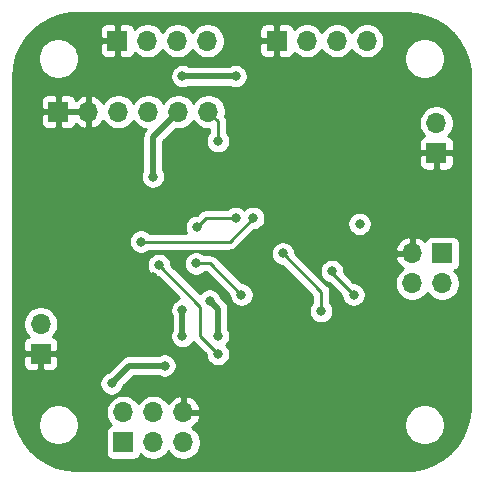
<source format=gbr>
%TF.GenerationSoftware,KiCad,Pcbnew,5.1.6*%
%TF.CreationDate,2020-09-21T03:48:32+02:00*%
%TF.ProjectId,Arduino_CPU_Board,41726475-696e-46f5-9f43-50555f426f61,rev?*%
%TF.SameCoordinates,Original*%
%TF.FileFunction,Copper,L2,Bot*%
%TF.FilePolarity,Positive*%
%FSLAX46Y46*%
G04 Gerber Fmt 4.6, Leading zero omitted, Abs format (unit mm)*
G04 Created by KiCad (PCBNEW 5.1.6) date 2020-09-21 03:48:32*
%MOMM*%
%LPD*%
G01*
G04 APERTURE LIST*
%TA.AperFunction,ComponentPad*%
%ADD10O,1.700000X1.700000*%
%TD*%
%TA.AperFunction,ComponentPad*%
%ADD11R,1.700000X1.700000*%
%TD*%
%TA.AperFunction,ViaPad*%
%ADD12C,0.800000*%
%TD*%
%TA.AperFunction,Conductor*%
%ADD13C,0.250000*%
%TD*%
%TA.AperFunction,Conductor*%
%ADD14C,0.500000*%
%TD*%
%TA.AperFunction,Conductor*%
%ADD15C,0.254000*%
%TD*%
G04 APERTURE END LIST*
D10*
%TO.P,J3,4*%
%TO.N,I2C_SDA*%
X124120000Y-78000000D03*
%TO.P,J3,3*%
%TO.N,I2C_SCL*%
X121580000Y-78000000D03*
%TO.P,J3,2*%
%TO.N,+3V3*%
X119040000Y-78000000D03*
D11*
%TO.P,J3,1*%
%TO.N,GND*%
X116500000Y-78000000D03*
%TD*%
D10*
%TO.P,Switch,4*%
%TO.N,Net-(Q1-Pad3)*%
X141460000Y-98540000D03*
%TO.P,Switch,3*%
%TO.N,GND*%
X141460000Y-96000000D03*
%TO.P,Switch,2*%
%TO.N,+3V3*%
X144000000Y-98540000D03*
D11*
%TO.P,Switch,1*%
%TO.N,INTERRUPT*%
X144000000Y-96000000D03*
%TD*%
D10*
%TO.P,J7,6*%
%TO.N,GND*%
X122080000Y-109460000D03*
%TO.P,J7,5*%
%TO.N,ICSP_RESET*%
X122080000Y-112000000D03*
%TO.P,J7,4*%
%TO.N,ICSP_MOSI*%
X119540000Y-109460000D03*
%TO.P,J7,3*%
%TO.N,ICSP_SCK*%
X119540000Y-112000000D03*
%TO.P,J7,2*%
%TO.N,+3V3*%
X117000000Y-109460000D03*
D11*
%TO.P,J7,1*%
%TO.N,ICSP_MISO*%
X117000000Y-112000000D03*
%TD*%
D10*
%TO.P,J6,4*%
%TO.N,I2C_SDA*%
X137620000Y-78000000D03*
%TO.P,J6,3*%
%TO.N,I2C_SCL*%
X135080000Y-78000000D03*
%TO.P,J6,2*%
%TO.N,+3V3*%
X132540000Y-78000000D03*
D11*
%TO.P,J6,1*%
%TO.N,GND*%
X130000000Y-78000000D03*
%TD*%
D10*
%TO.P,J5,2*%
%TO.N,LED_DRIVER_PWM*%
X110000000Y-101960000D03*
D11*
%TO.P,J5,1*%
%TO.N,GND*%
X110000000Y-104500000D03*
%TD*%
D10*
%TO.P,J2,6*%
%TO.N,DTR*%
X124200000Y-84000000D03*
%TO.P,J2,5*%
%TO.N,FTDI_RXI*%
X121660000Y-84000000D03*
%TO.P,J2,4*%
%TO.N,FTDI_TXO*%
X119120000Y-84000000D03*
%TO.P,J2,3*%
%TO.N,+3V3*%
X116580000Y-84000000D03*
%TO.P,J2,2*%
%TO.N,GND*%
X114040000Y-84000000D03*
D11*
%TO.P,J2,1*%
X111500000Y-84000000D03*
%TD*%
D10*
%TO.P,J1,2*%
%TO.N,BAT_VOLTAGE*%
X143500000Y-84960000D03*
D11*
%TO.P,J1,1*%
%TO.N,GND*%
X143500000Y-87500000D03*
%TD*%
D12*
%TO.N,BAT_VOLTAGE*%
X136500000Y-99500000D03*
X137000000Y-93500000D03*
X134650000Y-97500000D03*
%TO.N,GND*%
X134967342Y-92879679D03*
X133500000Y-96000000D03*
X116500000Y-87500000D03*
X128500000Y-81000000D03*
X109500000Y-91500000D03*
X116000000Y-95000000D03*
X123500000Y-105500000D03*
X119500000Y-98000000D03*
X140000000Y-105500000D03*
X127000000Y-96000000D03*
X129524990Y-99000000D03*
%TO.N,Net-(C2-Pad1)*%
X122000000Y-100806479D03*
X122000000Y-103000000D03*
%TO.N,+3V3*%
X116000000Y-107000000D03*
X120500000Y-105500000D03*
X126500000Y-81000000D03*
X122000000Y-81000000D03*
%TO.N,ICSP_RESET*%
X125000000Y-104500000D03*
X120000000Y-97000000D03*
%TO.N,DTR*%
X125000000Y-103000000D03*
X124299999Y-100000000D03*
X125000000Y-86500000D03*
%TO.N,FTDI_RXI*%
X119500000Y-89500000D03*
%TO.N,BAT_EN*%
X123252604Y-93752604D03*
X126500000Y-93000000D03*
%TO.N,INTERRUPT*%
X128000000Y-93000000D03*
X118500000Y-95000000D03*
X133758351Y-100893122D03*
X130500000Y-96000000D03*
%TO.N,Net-(R8-Pad2)*%
X127000000Y-99500000D03*
X123149999Y-96850001D03*
%TD*%
D13*
%TO.N,BAT_VOLTAGE*%
X134650000Y-97650000D02*
X134650000Y-97500000D01*
X136500000Y-99500000D02*
X134650000Y-97650000D01*
D14*
%TO.N,Net-(C2-Pad1)*%
X122000000Y-100806479D02*
X122000000Y-103000000D01*
%TO.N,+3V3*%
X116000000Y-107000000D02*
X117500000Y-105500000D01*
X117500000Y-105500000D02*
X120500000Y-105500000D01*
X126500000Y-81000000D02*
X122000000Y-81000000D01*
D13*
%TO.N,ICSP_RESET*%
X125000000Y-104500000D02*
X123500000Y-103000000D01*
X123500000Y-100500000D02*
X120000000Y-97000000D01*
X123500000Y-103000000D02*
X123500000Y-100500000D01*
D14*
%TO.N,DTR*%
X125000000Y-100700001D02*
X124299999Y-100000000D01*
X125000000Y-103000000D02*
X125000000Y-100700001D01*
D13*
X125000000Y-84800000D02*
X124200000Y-84000000D01*
X125000000Y-86500000D02*
X125000000Y-84800000D01*
D14*
%TO.N,FTDI_RXI*%
X119500000Y-86160000D02*
X121660000Y-84000000D01*
X119500000Y-89500000D02*
X119500000Y-86160000D01*
D13*
%TO.N,BAT_EN*%
X124005208Y-93000000D02*
X126500000Y-93000000D01*
X123252604Y-93752604D02*
X124005208Y-93000000D01*
%TO.N,INTERRUPT*%
X126000000Y-95000000D02*
X118500000Y-95000000D01*
X128000000Y-93000000D02*
X126000000Y-95000000D01*
X133758351Y-99258351D02*
X130500000Y-96000000D01*
X133758351Y-100893122D02*
X133758351Y-99258351D01*
%TO.N,Net-(R8-Pad2)*%
X127000000Y-99500000D02*
X124350001Y-96850001D01*
X124350001Y-96850001D02*
X123149999Y-96850001D01*
%TD*%
D15*
%TO.N,GND*%
G36*
X141871797Y-75733902D02*
G01*
X142720182Y-75947001D01*
X143522371Y-76295803D01*
X144256818Y-76770938D01*
X144903798Y-77359646D01*
X145445946Y-78046125D01*
X145868692Y-78811928D01*
X146160684Y-79636491D01*
X146316116Y-80509076D01*
X146340001Y-81015568D01*
X146340000Y-108972911D01*
X146266098Y-109871802D01*
X146052999Y-110720180D01*
X145704197Y-111522371D01*
X145229062Y-112256818D01*
X144640354Y-112903799D01*
X143953875Y-113445946D01*
X143188076Y-113868691D01*
X142363514Y-114160683D01*
X141490925Y-114316116D01*
X140984453Y-114340000D01*
X113027089Y-114340000D01*
X112128198Y-114266098D01*
X111279820Y-114052999D01*
X110477629Y-113704197D01*
X109743182Y-113229062D01*
X109096201Y-112640354D01*
X108554054Y-111953875D01*
X108131309Y-111188076D01*
X107839317Y-110363514D01*
X107833190Y-110329117D01*
X109765000Y-110329117D01*
X109765000Y-110670883D01*
X109831675Y-111006081D01*
X109962463Y-111321831D01*
X110152337Y-111605998D01*
X110394002Y-111847663D01*
X110678169Y-112037537D01*
X110993919Y-112168325D01*
X111329117Y-112235000D01*
X111670883Y-112235000D01*
X112006081Y-112168325D01*
X112321831Y-112037537D01*
X112605998Y-111847663D01*
X112847663Y-111605998D01*
X113037537Y-111321831D01*
X113108711Y-111150000D01*
X115511928Y-111150000D01*
X115511928Y-112850000D01*
X115524188Y-112974482D01*
X115560498Y-113094180D01*
X115619463Y-113204494D01*
X115698815Y-113301185D01*
X115795506Y-113380537D01*
X115905820Y-113439502D01*
X116025518Y-113475812D01*
X116150000Y-113488072D01*
X117850000Y-113488072D01*
X117974482Y-113475812D01*
X118094180Y-113439502D01*
X118204494Y-113380537D01*
X118301185Y-113301185D01*
X118380537Y-113204494D01*
X118439502Y-113094180D01*
X118461513Y-113021620D01*
X118593368Y-113153475D01*
X118836589Y-113315990D01*
X119106842Y-113427932D01*
X119393740Y-113485000D01*
X119686260Y-113485000D01*
X119973158Y-113427932D01*
X120243411Y-113315990D01*
X120486632Y-113153475D01*
X120693475Y-112946632D01*
X120810000Y-112772240D01*
X120926525Y-112946632D01*
X121133368Y-113153475D01*
X121376589Y-113315990D01*
X121646842Y-113427932D01*
X121933740Y-113485000D01*
X122226260Y-113485000D01*
X122513158Y-113427932D01*
X122783411Y-113315990D01*
X123026632Y-113153475D01*
X123233475Y-112946632D01*
X123395990Y-112703411D01*
X123507932Y-112433158D01*
X123565000Y-112146260D01*
X123565000Y-111853740D01*
X123507932Y-111566842D01*
X123395990Y-111296589D01*
X123233475Y-111053368D01*
X123026632Y-110846525D01*
X122850594Y-110728900D01*
X123080269Y-110557588D01*
X123275178Y-110341355D01*
X123282467Y-110329117D01*
X140765000Y-110329117D01*
X140765000Y-110670883D01*
X140831675Y-111006081D01*
X140962463Y-111321831D01*
X141152337Y-111605998D01*
X141394002Y-111847663D01*
X141678169Y-112037537D01*
X141993919Y-112168325D01*
X142329117Y-112235000D01*
X142670883Y-112235000D01*
X143006081Y-112168325D01*
X143321831Y-112037537D01*
X143605998Y-111847663D01*
X143847663Y-111605998D01*
X144037537Y-111321831D01*
X144168325Y-111006081D01*
X144235000Y-110670883D01*
X144235000Y-110329117D01*
X144168325Y-109993919D01*
X144037537Y-109678169D01*
X143847663Y-109394002D01*
X143605998Y-109152337D01*
X143321831Y-108962463D01*
X143006081Y-108831675D01*
X142670883Y-108765000D01*
X142329117Y-108765000D01*
X141993919Y-108831675D01*
X141678169Y-108962463D01*
X141394002Y-109152337D01*
X141152337Y-109394002D01*
X140962463Y-109678169D01*
X140831675Y-109993919D01*
X140765000Y-110329117D01*
X123282467Y-110329117D01*
X123424157Y-110091252D01*
X123521481Y-109816891D01*
X123400814Y-109587000D01*
X122207000Y-109587000D01*
X122207000Y-109607000D01*
X121953000Y-109607000D01*
X121953000Y-109587000D01*
X121933000Y-109587000D01*
X121933000Y-109333000D01*
X121953000Y-109333000D01*
X121953000Y-108139845D01*
X122207000Y-108139845D01*
X122207000Y-109333000D01*
X123400814Y-109333000D01*
X123521481Y-109103109D01*
X123424157Y-108828748D01*
X123275178Y-108578645D01*
X123080269Y-108362412D01*
X122846920Y-108188359D01*
X122584099Y-108063175D01*
X122436890Y-108018524D01*
X122207000Y-108139845D01*
X121953000Y-108139845D01*
X121723110Y-108018524D01*
X121575901Y-108063175D01*
X121313080Y-108188359D01*
X121079731Y-108362412D01*
X120884822Y-108578645D01*
X120815195Y-108695534D01*
X120693475Y-108513368D01*
X120486632Y-108306525D01*
X120243411Y-108144010D01*
X119973158Y-108032068D01*
X119686260Y-107975000D01*
X119393740Y-107975000D01*
X119106842Y-108032068D01*
X118836589Y-108144010D01*
X118593368Y-108306525D01*
X118386525Y-108513368D01*
X118270000Y-108687760D01*
X118153475Y-108513368D01*
X117946632Y-108306525D01*
X117703411Y-108144010D01*
X117433158Y-108032068D01*
X117146260Y-107975000D01*
X116853740Y-107975000D01*
X116566842Y-108032068D01*
X116296589Y-108144010D01*
X116053368Y-108306525D01*
X115846525Y-108513368D01*
X115684010Y-108756589D01*
X115572068Y-109026842D01*
X115515000Y-109313740D01*
X115515000Y-109606260D01*
X115572068Y-109893158D01*
X115684010Y-110163411D01*
X115846525Y-110406632D01*
X115978380Y-110538487D01*
X115905820Y-110560498D01*
X115795506Y-110619463D01*
X115698815Y-110698815D01*
X115619463Y-110795506D01*
X115560498Y-110905820D01*
X115524188Y-111025518D01*
X115511928Y-111150000D01*
X113108711Y-111150000D01*
X113168325Y-111006081D01*
X113235000Y-110670883D01*
X113235000Y-110329117D01*
X113168325Y-109993919D01*
X113037537Y-109678169D01*
X112847663Y-109394002D01*
X112605998Y-109152337D01*
X112321831Y-108962463D01*
X112006081Y-108831675D01*
X111670883Y-108765000D01*
X111329117Y-108765000D01*
X110993919Y-108831675D01*
X110678169Y-108962463D01*
X110394002Y-109152337D01*
X110152337Y-109394002D01*
X109962463Y-109678169D01*
X109831675Y-109993919D01*
X109765000Y-110329117D01*
X107833190Y-110329117D01*
X107683884Y-109490925D01*
X107660000Y-108984453D01*
X107660000Y-106898061D01*
X114965000Y-106898061D01*
X114965000Y-107101939D01*
X115004774Y-107301898D01*
X115082795Y-107490256D01*
X115196063Y-107659774D01*
X115340226Y-107803937D01*
X115509744Y-107917205D01*
X115698102Y-107995226D01*
X115898061Y-108035000D01*
X116101939Y-108035000D01*
X116301898Y-107995226D01*
X116490256Y-107917205D01*
X116659774Y-107803937D01*
X116803937Y-107659774D01*
X116917205Y-107490256D01*
X116995226Y-107301898D01*
X117006535Y-107245043D01*
X117866579Y-106385000D01*
X119961546Y-106385000D01*
X120009744Y-106417205D01*
X120198102Y-106495226D01*
X120398061Y-106535000D01*
X120601939Y-106535000D01*
X120801898Y-106495226D01*
X120990256Y-106417205D01*
X121159774Y-106303937D01*
X121303937Y-106159774D01*
X121417205Y-105990256D01*
X121495226Y-105801898D01*
X121535000Y-105601939D01*
X121535000Y-105398061D01*
X121495226Y-105198102D01*
X121417205Y-105009744D01*
X121303937Y-104840226D01*
X121159774Y-104696063D01*
X120990256Y-104582795D01*
X120801898Y-104504774D01*
X120601939Y-104465000D01*
X120398061Y-104465000D01*
X120198102Y-104504774D01*
X120009744Y-104582795D01*
X119961546Y-104615000D01*
X117543465Y-104615000D01*
X117499999Y-104610719D01*
X117456533Y-104615000D01*
X117456523Y-104615000D01*
X117326510Y-104627805D01*
X117159687Y-104678411D01*
X117005941Y-104760589D01*
X117005939Y-104760590D01*
X117005940Y-104760590D01*
X116904953Y-104843468D01*
X116904951Y-104843470D01*
X116871183Y-104871183D01*
X116843470Y-104904951D01*
X115754957Y-105993465D01*
X115698102Y-106004774D01*
X115509744Y-106082795D01*
X115340226Y-106196063D01*
X115196063Y-106340226D01*
X115082795Y-106509744D01*
X115004774Y-106698102D01*
X114965000Y-106898061D01*
X107660000Y-106898061D01*
X107660000Y-105350000D01*
X108511928Y-105350000D01*
X108524188Y-105474482D01*
X108560498Y-105594180D01*
X108619463Y-105704494D01*
X108698815Y-105801185D01*
X108795506Y-105880537D01*
X108905820Y-105939502D01*
X109025518Y-105975812D01*
X109150000Y-105988072D01*
X109714250Y-105985000D01*
X109873000Y-105826250D01*
X109873000Y-104627000D01*
X110127000Y-104627000D01*
X110127000Y-105826250D01*
X110285750Y-105985000D01*
X110850000Y-105988072D01*
X110974482Y-105975812D01*
X111094180Y-105939502D01*
X111204494Y-105880537D01*
X111301185Y-105801185D01*
X111380537Y-105704494D01*
X111439502Y-105594180D01*
X111475812Y-105474482D01*
X111488072Y-105350000D01*
X111485000Y-104785750D01*
X111326250Y-104627000D01*
X110127000Y-104627000D01*
X109873000Y-104627000D01*
X108673750Y-104627000D01*
X108515000Y-104785750D01*
X108511928Y-105350000D01*
X107660000Y-105350000D01*
X107660000Y-103650000D01*
X108511928Y-103650000D01*
X108515000Y-104214250D01*
X108673750Y-104373000D01*
X109873000Y-104373000D01*
X109873000Y-104353000D01*
X110127000Y-104353000D01*
X110127000Y-104373000D01*
X111326250Y-104373000D01*
X111485000Y-104214250D01*
X111488072Y-103650000D01*
X111475812Y-103525518D01*
X111439502Y-103405820D01*
X111380537Y-103295506D01*
X111301185Y-103198815D01*
X111204494Y-103119463D01*
X111094180Y-103060498D01*
X111021620Y-103038487D01*
X111153475Y-102906632D01*
X111315990Y-102663411D01*
X111427932Y-102393158D01*
X111485000Y-102106260D01*
X111485000Y-101813740D01*
X111427932Y-101526842D01*
X111315990Y-101256589D01*
X111153475Y-101013368D01*
X110946632Y-100806525D01*
X110703411Y-100644010D01*
X110433158Y-100532068D01*
X110146260Y-100475000D01*
X109853740Y-100475000D01*
X109566842Y-100532068D01*
X109296589Y-100644010D01*
X109053368Y-100806525D01*
X108846525Y-101013368D01*
X108684010Y-101256589D01*
X108572068Y-101526842D01*
X108515000Y-101813740D01*
X108515000Y-102106260D01*
X108572068Y-102393158D01*
X108684010Y-102663411D01*
X108846525Y-102906632D01*
X108978380Y-103038487D01*
X108905820Y-103060498D01*
X108795506Y-103119463D01*
X108698815Y-103198815D01*
X108619463Y-103295506D01*
X108560498Y-103405820D01*
X108524188Y-103525518D01*
X108511928Y-103650000D01*
X107660000Y-103650000D01*
X107660000Y-96898061D01*
X118965000Y-96898061D01*
X118965000Y-97101939D01*
X119004774Y-97301898D01*
X119082795Y-97490256D01*
X119196063Y-97659774D01*
X119340226Y-97803937D01*
X119509744Y-97917205D01*
X119698102Y-97995226D01*
X119898061Y-98035000D01*
X119960199Y-98035000D01*
X121730088Y-99804891D01*
X121698102Y-99811253D01*
X121509744Y-99889274D01*
X121340226Y-100002542D01*
X121196063Y-100146705D01*
X121082795Y-100316223D01*
X121004774Y-100504581D01*
X120965000Y-100704540D01*
X120965000Y-100908418D01*
X121004774Y-101108377D01*
X121082795Y-101296735D01*
X121115000Y-101344934D01*
X121115001Y-102461545D01*
X121082795Y-102509744D01*
X121004774Y-102698102D01*
X120965000Y-102898061D01*
X120965000Y-103101939D01*
X121004774Y-103301898D01*
X121082795Y-103490256D01*
X121196063Y-103659774D01*
X121340226Y-103803937D01*
X121509744Y-103917205D01*
X121698102Y-103995226D01*
X121898061Y-104035000D01*
X122101939Y-104035000D01*
X122301898Y-103995226D01*
X122490256Y-103917205D01*
X122659774Y-103803937D01*
X122803937Y-103659774D01*
X122917205Y-103490256D01*
X122917866Y-103488661D01*
X122959999Y-103540001D01*
X122989003Y-103563804D01*
X123965000Y-104539802D01*
X123965000Y-104601939D01*
X124004774Y-104801898D01*
X124082795Y-104990256D01*
X124196063Y-105159774D01*
X124340226Y-105303937D01*
X124509744Y-105417205D01*
X124698102Y-105495226D01*
X124898061Y-105535000D01*
X125101939Y-105535000D01*
X125301898Y-105495226D01*
X125490256Y-105417205D01*
X125659774Y-105303937D01*
X125803937Y-105159774D01*
X125917205Y-104990256D01*
X125995226Y-104801898D01*
X126035000Y-104601939D01*
X126035000Y-104398061D01*
X125995226Y-104198102D01*
X125917205Y-104009744D01*
X125803937Y-103840226D01*
X125713711Y-103750000D01*
X125803937Y-103659774D01*
X125917205Y-103490256D01*
X125995226Y-103301898D01*
X126035000Y-103101939D01*
X126035000Y-102898061D01*
X125995226Y-102698102D01*
X125917205Y-102509744D01*
X125885000Y-102461546D01*
X125885000Y-100743470D01*
X125889281Y-100700001D01*
X125885000Y-100656532D01*
X125885000Y-100656524D01*
X125872195Y-100526511D01*
X125821589Y-100359688D01*
X125739411Y-100205942D01*
X125628817Y-100071184D01*
X125595049Y-100043471D01*
X125306534Y-99754956D01*
X125295225Y-99698102D01*
X125217204Y-99509744D01*
X125103936Y-99340226D01*
X124959773Y-99196063D01*
X124790255Y-99082795D01*
X124601897Y-99004774D01*
X124401938Y-98965000D01*
X124198060Y-98965000D01*
X123998101Y-99004774D01*
X123809743Y-99082795D01*
X123640225Y-99196063D01*
X123496062Y-99340226D01*
X123463605Y-99388802D01*
X121035000Y-96960199D01*
X121035000Y-96898061D01*
X121005164Y-96748062D01*
X122114999Y-96748062D01*
X122114999Y-96951940D01*
X122154773Y-97151899D01*
X122232794Y-97340257D01*
X122346062Y-97509775D01*
X122490225Y-97653938D01*
X122659743Y-97767206D01*
X122848101Y-97845227D01*
X123048060Y-97885001D01*
X123251938Y-97885001D01*
X123451897Y-97845227D01*
X123640255Y-97767206D01*
X123809773Y-97653938D01*
X123853710Y-97610001D01*
X124035200Y-97610001D01*
X125965000Y-99539802D01*
X125965000Y-99601939D01*
X126004774Y-99801898D01*
X126082795Y-99990256D01*
X126196063Y-100159774D01*
X126340226Y-100303937D01*
X126509744Y-100417205D01*
X126698102Y-100495226D01*
X126898061Y-100535000D01*
X127101939Y-100535000D01*
X127301898Y-100495226D01*
X127490256Y-100417205D01*
X127659774Y-100303937D01*
X127803937Y-100159774D01*
X127917205Y-99990256D01*
X127995226Y-99801898D01*
X128035000Y-99601939D01*
X128035000Y-99398061D01*
X127995226Y-99198102D01*
X127917205Y-99009744D01*
X127803937Y-98840226D01*
X127659774Y-98696063D01*
X127490256Y-98582795D01*
X127301898Y-98504774D01*
X127101939Y-98465000D01*
X127039802Y-98465000D01*
X124913805Y-96339004D01*
X124890002Y-96310000D01*
X124774277Y-96215027D01*
X124642248Y-96144455D01*
X124498987Y-96100998D01*
X124387334Y-96090001D01*
X124387323Y-96090001D01*
X124350001Y-96086325D01*
X124312679Y-96090001D01*
X123853710Y-96090001D01*
X123809773Y-96046064D01*
X123640255Y-95932796D01*
X123556398Y-95898061D01*
X129465000Y-95898061D01*
X129465000Y-96101939D01*
X129504774Y-96301898D01*
X129582795Y-96490256D01*
X129696063Y-96659774D01*
X129840226Y-96803937D01*
X130009744Y-96917205D01*
X130198102Y-96995226D01*
X130398061Y-97035000D01*
X130460199Y-97035000D01*
X132998352Y-99573154D01*
X132998351Y-100189411D01*
X132954414Y-100233348D01*
X132841146Y-100402866D01*
X132763125Y-100591224D01*
X132723351Y-100791183D01*
X132723351Y-100995061D01*
X132763125Y-101195020D01*
X132841146Y-101383378D01*
X132954414Y-101552896D01*
X133098577Y-101697059D01*
X133268095Y-101810327D01*
X133456453Y-101888348D01*
X133656412Y-101928122D01*
X133860290Y-101928122D01*
X134060249Y-101888348D01*
X134248607Y-101810327D01*
X134418125Y-101697059D01*
X134562288Y-101552896D01*
X134675556Y-101383378D01*
X134753577Y-101195020D01*
X134793351Y-100995061D01*
X134793351Y-100791183D01*
X134753577Y-100591224D01*
X134675556Y-100402866D01*
X134562288Y-100233348D01*
X134518351Y-100189411D01*
X134518351Y-99295673D01*
X134522027Y-99258350D01*
X134518351Y-99221027D01*
X134518351Y-99221018D01*
X134507354Y-99109365D01*
X134463897Y-98966104D01*
X134393325Y-98834075D01*
X134298352Y-98718350D01*
X134269354Y-98694552D01*
X132972863Y-97398061D01*
X133615000Y-97398061D01*
X133615000Y-97601939D01*
X133654774Y-97801898D01*
X133732795Y-97990256D01*
X133846063Y-98159774D01*
X133990226Y-98303937D01*
X134159744Y-98417205D01*
X134348102Y-98495226D01*
X134438383Y-98513184D01*
X135465000Y-99539802D01*
X135465000Y-99601939D01*
X135504774Y-99801898D01*
X135582795Y-99990256D01*
X135696063Y-100159774D01*
X135840226Y-100303937D01*
X136009744Y-100417205D01*
X136198102Y-100495226D01*
X136398061Y-100535000D01*
X136601939Y-100535000D01*
X136801898Y-100495226D01*
X136990256Y-100417205D01*
X137159774Y-100303937D01*
X137303937Y-100159774D01*
X137417205Y-99990256D01*
X137495226Y-99801898D01*
X137535000Y-99601939D01*
X137535000Y-99398061D01*
X137495226Y-99198102D01*
X137417205Y-99009744D01*
X137303937Y-98840226D01*
X137159774Y-98696063D01*
X136990256Y-98582795D01*
X136801898Y-98504774D01*
X136601939Y-98465000D01*
X136539802Y-98465000D01*
X136468542Y-98393740D01*
X139975000Y-98393740D01*
X139975000Y-98686260D01*
X140032068Y-98973158D01*
X140144010Y-99243411D01*
X140306525Y-99486632D01*
X140513368Y-99693475D01*
X140756589Y-99855990D01*
X141026842Y-99967932D01*
X141313740Y-100025000D01*
X141606260Y-100025000D01*
X141893158Y-99967932D01*
X142163411Y-99855990D01*
X142406632Y-99693475D01*
X142613475Y-99486632D01*
X142730000Y-99312240D01*
X142846525Y-99486632D01*
X143053368Y-99693475D01*
X143296589Y-99855990D01*
X143566842Y-99967932D01*
X143853740Y-100025000D01*
X144146260Y-100025000D01*
X144433158Y-99967932D01*
X144703411Y-99855990D01*
X144946632Y-99693475D01*
X145153475Y-99486632D01*
X145315990Y-99243411D01*
X145427932Y-98973158D01*
X145485000Y-98686260D01*
X145485000Y-98393740D01*
X145427932Y-98106842D01*
X145315990Y-97836589D01*
X145153475Y-97593368D01*
X145021620Y-97461513D01*
X145094180Y-97439502D01*
X145204494Y-97380537D01*
X145301185Y-97301185D01*
X145380537Y-97204494D01*
X145439502Y-97094180D01*
X145475812Y-96974482D01*
X145488072Y-96850000D01*
X145488072Y-95150000D01*
X145475812Y-95025518D01*
X145439502Y-94905820D01*
X145380537Y-94795506D01*
X145301185Y-94698815D01*
X145204494Y-94619463D01*
X145094180Y-94560498D01*
X144974482Y-94524188D01*
X144850000Y-94511928D01*
X143150000Y-94511928D01*
X143025518Y-94524188D01*
X142905820Y-94560498D01*
X142795506Y-94619463D01*
X142698815Y-94698815D01*
X142619463Y-94795506D01*
X142560498Y-94905820D01*
X142536034Y-94986466D01*
X142460269Y-94902412D01*
X142226920Y-94728359D01*
X141964099Y-94603175D01*
X141816890Y-94558524D01*
X141587000Y-94679845D01*
X141587000Y-95873000D01*
X141607000Y-95873000D01*
X141607000Y-96127000D01*
X141587000Y-96127000D01*
X141587000Y-96147000D01*
X141333000Y-96147000D01*
X141333000Y-96127000D01*
X140139186Y-96127000D01*
X140018519Y-96356891D01*
X140115843Y-96631252D01*
X140264822Y-96881355D01*
X140459731Y-97097588D01*
X140689406Y-97268900D01*
X140513368Y-97386525D01*
X140306525Y-97593368D01*
X140144010Y-97836589D01*
X140032068Y-98106842D01*
X139975000Y-98393740D01*
X136468542Y-98393740D01*
X135683630Y-97608828D01*
X135685000Y-97601939D01*
X135685000Y-97398061D01*
X135645226Y-97198102D01*
X135567205Y-97009744D01*
X135453937Y-96840226D01*
X135309774Y-96696063D01*
X135140256Y-96582795D01*
X134951898Y-96504774D01*
X134751939Y-96465000D01*
X134548061Y-96465000D01*
X134348102Y-96504774D01*
X134159744Y-96582795D01*
X133990226Y-96696063D01*
X133846063Y-96840226D01*
X133732795Y-97009744D01*
X133654774Y-97198102D01*
X133615000Y-97398061D01*
X132972863Y-97398061D01*
X131535000Y-95960199D01*
X131535000Y-95898061D01*
X131495226Y-95698102D01*
X131472447Y-95643109D01*
X140018519Y-95643109D01*
X140139186Y-95873000D01*
X141333000Y-95873000D01*
X141333000Y-94679845D01*
X141103110Y-94558524D01*
X140955901Y-94603175D01*
X140693080Y-94728359D01*
X140459731Y-94902412D01*
X140264822Y-95118645D01*
X140115843Y-95368748D01*
X140018519Y-95643109D01*
X131472447Y-95643109D01*
X131417205Y-95509744D01*
X131303937Y-95340226D01*
X131159774Y-95196063D01*
X130990256Y-95082795D01*
X130801898Y-95004774D01*
X130601939Y-94965000D01*
X130398061Y-94965000D01*
X130198102Y-95004774D01*
X130009744Y-95082795D01*
X129840226Y-95196063D01*
X129696063Y-95340226D01*
X129582795Y-95509744D01*
X129504774Y-95698102D01*
X129465000Y-95898061D01*
X123556398Y-95898061D01*
X123451897Y-95854775D01*
X123251938Y-95815001D01*
X123048060Y-95815001D01*
X122848101Y-95854775D01*
X122659743Y-95932796D01*
X122490225Y-96046064D01*
X122346062Y-96190227D01*
X122232794Y-96359745D01*
X122154773Y-96548103D01*
X122114999Y-96748062D01*
X121005164Y-96748062D01*
X120995226Y-96698102D01*
X120917205Y-96509744D01*
X120803937Y-96340226D01*
X120659774Y-96196063D01*
X120490256Y-96082795D01*
X120301898Y-96004774D01*
X120101939Y-95965000D01*
X119898061Y-95965000D01*
X119698102Y-96004774D01*
X119509744Y-96082795D01*
X119340226Y-96196063D01*
X119196063Y-96340226D01*
X119082795Y-96509744D01*
X119004774Y-96698102D01*
X118965000Y-96898061D01*
X107660000Y-96898061D01*
X107660000Y-94898061D01*
X117465000Y-94898061D01*
X117465000Y-95101939D01*
X117504774Y-95301898D01*
X117582795Y-95490256D01*
X117696063Y-95659774D01*
X117840226Y-95803937D01*
X118009744Y-95917205D01*
X118198102Y-95995226D01*
X118398061Y-96035000D01*
X118601939Y-96035000D01*
X118801898Y-95995226D01*
X118990256Y-95917205D01*
X119159774Y-95803937D01*
X119203711Y-95760000D01*
X125962678Y-95760000D01*
X126000000Y-95763676D01*
X126037322Y-95760000D01*
X126037333Y-95760000D01*
X126148986Y-95749003D01*
X126292247Y-95705546D01*
X126424276Y-95634974D01*
X126540001Y-95540001D01*
X126563804Y-95510997D01*
X128039802Y-94035000D01*
X128101939Y-94035000D01*
X128301898Y-93995226D01*
X128490256Y-93917205D01*
X128659774Y-93803937D01*
X128803937Y-93659774D01*
X128917205Y-93490256D01*
X128955393Y-93398061D01*
X135965000Y-93398061D01*
X135965000Y-93601939D01*
X136004774Y-93801898D01*
X136082795Y-93990256D01*
X136196063Y-94159774D01*
X136340226Y-94303937D01*
X136509744Y-94417205D01*
X136698102Y-94495226D01*
X136898061Y-94535000D01*
X137101939Y-94535000D01*
X137301898Y-94495226D01*
X137490256Y-94417205D01*
X137659774Y-94303937D01*
X137803937Y-94159774D01*
X137917205Y-93990256D01*
X137995226Y-93801898D01*
X138035000Y-93601939D01*
X138035000Y-93398061D01*
X137995226Y-93198102D01*
X137917205Y-93009744D01*
X137803937Y-92840226D01*
X137659774Y-92696063D01*
X137490256Y-92582795D01*
X137301898Y-92504774D01*
X137101939Y-92465000D01*
X136898061Y-92465000D01*
X136698102Y-92504774D01*
X136509744Y-92582795D01*
X136340226Y-92696063D01*
X136196063Y-92840226D01*
X136082795Y-93009744D01*
X136004774Y-93198102D01*
X135965000Y-93398061D01*
X128955393Y-93398061D01*
X128995226Y-93301898D01*
X129035000Y-93101939D01*
X129035000Y-92898061D01*
X128995226Y-92698102D01*
X128917205Y-92509744D01*
X128803937Y-92340226D01*
X128659774Y-92196063D01*
X128490256Y-92082795D01*
X128301898Y-92004774D01*
X128101939Y-91965000D01*
X127898061Y-91965000D01*
X127698102Y-92004774D01*
X127509744Y-92082795D01*
X127340226Y-92196063D01*
X127250000Y-92286289D01*
X127159774Y-92196063D01*
X126990256Y-92082795D01*
X126801898Y-92004774D01*
X126601939Y-91965000D01*
X126398061Y-91965000D01*
X126198102Y-92004774D01*
X126009744Y-92082795D01*
X125840226Y-92196063D01*
X125796289Y-92240000D01*
X124042533Y-92240000D01*
X124005208Y-92236324D01*
X123967883Y-92240000D01*
X123967875Y-92240000D01*
X123856222Y-92250997D01*
X123712961Y-92294454D01*
X123580932Y-92365026D01*
X123465207Y-92459999D01*
X123441409Y-92488998D01*
X123212802Y-92717604D01*
X123150665Y-92717604D01*
X122950706Y-92757378D01*
X122762348Y-92835399D01*
X122592830Y-92948667D01*
X122448667Y-93092830D01*
X122335399Y-93262348D01*
X122257378Y-93450706D01*
X122217604Y-93650665D01*
X122217604Y-93854543D01*
X122257378Y-94054502D01*
X122334214Y-94240000D01*
X119203711Y-94240000D01*
X119159774Y-94196063D01*
X118990256Y-94082795D01*
X118801898Y-94004774D01*
X118601939Y-93965000D01*
X118398061Y-93965000D01*
X118198102Y-94004774D01*
X118009744Y-94082795D01*
X117840226Y-94196063D01*
X117696063Y-94340226D01*
X117582795Y-94509744D01*
X117504774Y-94698102D01*
X117465000Y-94898061D01*
X107660000Y-94898061D01*
X107660000Y-84850000D01*
X110011928Y-84850000D01*
X110024188Y-84974482D01*
X110060498Y-85094180D01*
X110119463Y-85204494D01*
X110198815Y-85301185D01*
X110295506Y-85380537D01*
X110405820Y-85439502D01*
X110525518Y-85475812D01*
X110650000Y-85488072D01*
X111214250Y-85485000D01*
X111373000Y-85326250D01*
X111373000Y-84127000D01*
X111627000Y-84127000D01*
X111627000Y-85326250D01*
X111785750Y-85485000D01*
X112350000Y-85488072D01*
X112474482Y-85475812D01*
X112594180Y-85439502D01*
X112704494Y-85380537D01*
X112801185Y-85301185D01*
X112880537Y-85204494D01*
X112939502Y-85094180D01*
X112963966Y-85013534D01*
X113039731Y-85097588D01*
X113273080Y-85271641D01*
X113535901Y-85396825D01*
X113683110Y-85441476D01*
X113913000Y-85320155D01*
X113913000Y-84127000D01*
X111627000Y-84127000D01*
X111373000Y-84127000D01*
X110173750Y-84127000D01*
X110015000Y-84285750D01*
X110011928Y-84850000D01*
X107660000Y-84850000D01*
X107660000Y-83150000D01*
X110011928Y-83150000D01*
X110015000Y-83714250D01*
X110173750Y-83873000D01*
X111373000Y-83873000D01*
X111373000Y-82673750D01*
X111627000Y-82673750D01*
X111627000Y-83873000D01*
X113913000Y-83873000D01*
X113913000Y-82679845D01*
X114167000Y-82679845D01*
X114167000Y-83873000D01*
X114187000Y-83873000D01*
X114187000Y-84127000D01*
X114167000Y-84127000D01*
X114167000Y-85320155D01*
X114396890Y-85441476D01*
X114544099Y-85396825D01*
X114806920Y-85271641D01*
X115040269Y-85097588D01*
X115235178Y-84881355D01*
X115304805Y-84764466D01*
X115426525Y-84946632D01*
X115633368Y-85153475D01*
X115876589Y-85315990D01*
X116146842Y-85427932D01*
X116433740Y-85485000D01*
X116726260Y-85485000D01*
X117013158Y-85427932D01*
X117283411Y-85315990D01*
X117526632Y-85153475D01*
X117733475Y-84946632D01*
X117850000Y-84772240D01*
X117966525Y-84946632D01*
X118173368Y-85153475D01*
X118416589Y-85315990D01*
X118686842Y-85427932D01*
X118931770Y-85476652D01*
X118904951Y-85503471D01*
X118871184Y-85531183D01*
X118843471Y-85564951D01*
X118843468Y-85564954D01*
X118760590Y-85665941D01*
X118678412Y-85819687D01*
X118627805Y-85986510D01*
X118610719Y-86160000D01*
X118615001Y-86203479D01*
X118615000Y-88961545D01*
X118582795Y-89009744D01*
X118504774Y-89198102D01*
X118465000Y-89398061D01*
X118465000Y-89601939D01*
X118504774Y-89801898D01*
X118582795Y-89990256D01*
X118696063Y-90159774D01*
X118840226Y-90303937D01*
X119009744Y-90417205D01*
X119198102Y-90495226D01*
X119398061Y-90535000D01*
X119601939Y-90535000D01*
X119801898Y-90495226D01*
X119990256Y-90417205D01*
X120159774Y-90303937D01*
X120303937Y-90159774D01*
X120417205Y-89990256D01*
X120495226Y-89801898D01*
X120535000Y-89601939D01*
X120535000Y-89398061D01*
X120495226Y-89198102D01*
X120417205Y-89009744D01*
X120385000Y-88961546D01*
X120385000Y-88350000D01*
X142011928Y-88350000D01*
X142024188Y-88474482D01*
X142060498Y-88594180D01*
X142119463Y-88704494D01*
X142198815Y-88801185D01*
X142295506Y-88880537D01*
X142405820Y-88939502D01*
X142525518Y-88975812D01*
X142650000Y-88988072D01*
X143214250Y-88985000D01*
X143373000Y-88826250D01*
X143373000Y-87627000D01*
X143627000Y-87627000D01*
X143627000Y-88826250D01*
X143785750Y-88985000D01*
X144350000Y-88988072D01*
X144474482Y-88975812D01*
X144594180Y-88939502D01*
X144704494Y-88880537D01*
X144801185Y-88801185D01*
X144880537Y-88704494D01*
X144939502Y-88594180D01*
X144975812Y-88474482D01*
X144988072Y-88350000D01*
X144985000Y-87785750D01*
X144826250Y-87627000D01*
X143627000Y-87627000D01*
X143373000Y-87627000D01*
X142173750Y-87627000D01*
X142015000Y-87785750D01*
X142011928Y-88350000D01*
X120385000Y-88350000D01*
X120385000Y-86526578D01*
X121441040Y-85470539D01*
X121513740Y-85485000D01*
X121806260Y-85485000D01*
X122093158Y-85427932D01*
X122363411Y-85315990D01*
X122606632Y-85153475D01*
X122813475Y-84946632D01*
X122930000Y-84772240D01*
X123046525Y-84946632D01*
X123253368Y-85153475D01*
X123496589Y-85315990D01*
X123766842Y-85427932D01*
X124053740Y-85485000D01*
X124240001Y-85485000D01*
X124240000Y-85796289D01*
X124196063Y-85840226D01*
X124082795Y-86009744D01*
X124004774Y-86198102D01*
X123965000Y-86398061D01*
X123965000Y-86601939D01*
X124004774Y-86801898D01*
X124082795Y-86990256D01*
X124196063Y-87159774D01*
X124340226Y-87303937D01*
X124509744Y-87417205D01*
X124698102Y-87495226D01*
X124898061Y-87535000D01*
X125101939Y-87535000D01*
X125301898Y-87495226D01*
X125490256Y-87417205D01*
X125659774Y-87303937D01*
X125803937Y-87159774D01*
X125917205Y-86990256D01*
X125995226Y-86801898D01*
X126025440Y-86650000D01*
X142011928Y-86650000D01*
X142015000Y-87214250D01*
X142173750Y-87373000D01*
X143373000Y-87373000D01*
X143373000Y-87353000D01*
X143627000Y-87353000D01*
X143627000Y-87373000D01*
X144826250Y-87373000D01*
X144985000Y-87214250D01*
X144988072Y-86650000D01*
X144975812Y-86525518D01*
X144939502Y-86405820D01*
X144880537Y-86295506D01*
X144801185Y-86198815D01*
X144704494Y-86119463D01*
X144594180Y-86060498D01*
X144521620Y-86038487D01*
X144653475Y-85906632D01*
X144815990Y-85663411D01*
X144927932Y-85393158D01*
X144985000Y-85106260D01*
X144985000Y-84813740D01*
X144927932Y-84526842D01*
X144815990Y-84256589D01*
X144653475Y-84013368D01*
X144446632Y-83806525D01*
X144203411Y-83644010D01*
X143933158Y-83532068D01*
X143646260Y-83475000D01*
X143353740Y-83475000D01*
X143066842Y-83532068D01*
X142796589Y-83644010D01*
X142553368Y-83806525D01*
X142346525Y-84013368D01*
X142184010Y-84256589D01*
X142072068Y-84526842D01*
X142015000Y-84813740D01*
X142015000Y-85106260D01*
X142072068Y-85393158D01*
X142184010Y-85663411D01*
X142346525Y-85906632D01*
X142478380Y-86038487D01*
X142405820Y-86060498D01*
X142295506Y-86119463D01*
X142198815Y-86198815D01*
X142119463Y-86295506D01*
X142060498Y-86405820D01*
X142024188Y-86525518D01*
X142011928Y-86650000D01*
X126025440Y-86650000D01*
X126035000Y-86601939D01*
X126035000Y-86398061D01*
X125995226Y-86198102D01*
X125917205Y-86009744D01*
X125803937Y-85840226D01*
X125760000Y-85796289D01*
X125760000Y-84837323D01*
X125763676Y-84800000D01*
X125760000Y-84762677D01*
X125760000Y-84762667D01*
X125749003Y-84651014D01*
X125705546Y-84507753D01*
X125638168Y-84381699D01*
X125685000Y-84146260D01*
X125685000Y-83853740D01*
X125627932Y-83566842D01*
X125515990Y-83296589D01*
X125353475Y-83053368D01*
X125146632Y-82846525D01*
X124903411Y-82684010D01*
X124633158Y-82572068D01*
X124346260Y-82515000D01*
X124053740Y-82515000D01*
X123766842Y-82572068D01*
X123496589Y-82684010D01*
X123253368Y-82846525D01*
X123046525Y-83053368D01*
X122930000Y-83227760D01*
X122813475Y-83053368D01*
X122606632Y-82846525D01*
X122363411Y-82684010D01*
X122093158Y-82572068D01*
X121806260Y-82515000D01*
X121513740Y-82515000D01*
X121226842Y-82572068D01*
X120956589Y-82684010D01*
X120713368Y-82846525D01*
X120506525Y-83053368D01*
X120390000Y-83227760D01*
X120273475Y-83053368D01*
X120066632Y-82846525D01*
X119823411Y-82684010D01*
X119553158Y-82572068D01*
X119266260Y-82515000D01*
X118973740Y-82515000D01*
X118686842Y-82572068D01*
X118416589Y-82684010D01*
X118173368Y-82846525D01*
X117966525Y-83053368D01*
X117850000Y-83227760D01*
X117733475Y-83053368D01*
X117526632Y-82846525D01*
X117283411Y-82684010D01*
X117013158Y-82572068D01*
X116726260Y-82515000D01*
X116433740Y-82515000D01*
X116146842Y-82572068D01*
X115876589Y-82684010D01*
X115633368Y-82846525D01*
X115426525Y-83053368D01*
X115304805Y-83235534D01*
X115235178Y-83118645D01*
X115040269Y-82902412D01*
X114806920Y-82728359D01*
X114544099Y-82603175D01*
X114396890Y-82558524D01*
X114167000Y-82679845D01*
X113913000Y-82679845D01*
X113683110Y-82558524D01*
X113535901Y-82603175D01*
X113273080Y-82728359D01*
X113039731Y-82902412D01*
X112963966Y-82986466D01*
X112939502Y-82905820D01*
X112880537Y-82795506D01*
X112801185Y-82698815D01*
X112704494Y-82619463D01*
X112594180Y-82560498D01*
X112474482Y-82524188D01*
X112350000Y-82511928D01*
X111785750Y-82515000D01*
X111627000Y-82673750D01*
X111373000Y-82673750D01*
X111214250Y-82515000D01*
X110650000Y-82511928D01*
X110525518Y-82524188D01*
X110405820Y-82560498D01*
X110295506Y-82619463D01*
X110198815Y-82698815D01*
X110119463Y-82795506D01*
X110060498Y-82905820D01*
X110024188Y-83025518D01*
X110011928Y-83150000D01*
X107660000Y-83150000D01*
X107660000Y-81027089D01*
X107733902Y-80128203D01*
X107934617Y-79329117D01*
X109765000Y-79329117D01*
X109765000Y-79670883D01*
X109831675Y-80006081D01*
X109962463Y-80321831D01*
X110152337Y-80605998D01*
X110394002Y-80847663D01*
X110678169Y-81037537D01*
X110993919Y-81168325D01*
X111329117Y-81235000D01*
X111670883Y-81235000D01*
X112006081Y-81168325D01*
X112321831Y-81037537D01*
X112530571Y-80898061D01*
X120965000Y-80898061D01*
X120965000Y-81101939D01*
X121004774Y-81301898D01*
X121082795Y-81490256D01*
X121196063Y-81659774D01*
X121340226Y-81803937D01*
X121509744Y-81917205D01*
X121698102Y-81995226D01*
X121898061Y-82035000D01*
X122101939Y-82035000D01*
X122301898Y-81995226D01*
X122490256Y-81917205D01*
X122538454Y-81885000D01*
X125961546Y-81885000D01*
X126009744Y-81917205D01*
X126198102Y-81995226D01*
X126398061Y-82035000D01*
X126601939Y-82035000D01*
X126801898Y-81995226D01*
X126990256Y-81917205D01*
X127159774Y-81803937D01*
X127303937Y-81659774D01*
X127417205Y-81490256D01*
X127495226Y-81301898D01*
X127535000Y-81101939D01*
X127535000Y-80898061D01*
X127495226Y-80698102D01*
X127417205Y-80509744D01*
X127303937Y-80340226D01*
X127159774Y-80196063D01*
X126990256Y-80082795D01*
X126801898Y-80004774D01*
X126601939Y-79965000D01*
X126398061Y-79965000D01*
X126198102Y-80004774D01*
X126009744Y-80082795D01*
X125961546Y-80115000D01*
X122538454Y-80115000D01*
X122490256Y-80082795D01*
X122301898Y-80004774D01*
X122101939Y-79965000D01*
X121898061Y-79965000D01*
X121698102Y-80004774D01*
X121509744Y-80082795D01*
X121340226Y-80196063D01*
X121196063Y-80340226D01*
X121082795Y-80509744D01*
X121004774Y-80698102D01*
X120965000Y-80898061D01*
X112530571Y-80898061D01*
X112605998Y-80847663D01*
X112847663Y-80605998D01*
X113037537Y-80321831D01*
X113168325Y-80006081D01*
X113235000Y-79670883D01*
X113235000Y-79329117D01*
X113168325Y-78993919D01*
X113108712Y-78850000D01*
X115011928Y-78850000D01*
X115024188Y-78974482D01*
X115060498Y-79094180D01*
X115119463Y-79204494D01*
X115198815Y-79301185D01*
X115295506Y-79380537D01*
X115405820Y-79439502D01*
X115525518Y-79475812D01*
X115650000Y-79488072D01*
X116214250Y-79485000D01*
X116373000Y-79326250D01*
X116373000Y-78127000D01*
X115173750Y-78127000D01*
X115015000Y-78285750D01*
X115011928Y-78850000D01*
X113108712Y-78850000D01*
X113037537Y-78678169D01*
X112847663Y-78394002D01*
X112605998Y-78152337D01*
X112321831Y-77962463D01*
X112006081Y-77831675D01*
X111670883Y-77765000D01*
X111329117Y-77765000D01*
X110993919Y-77831675D01*
X110678169Y-77962463D01*
X110394002Y-78152337D01*
X110152337Y-78394002D01*
X109962463Y-78678169D01*
X109831675Y-78993919D01*
X109765000Y-79329117D01*
X107934617Y-79329117D01*
X107947001Y-79279818D01*
X108295803Y-78477629D01*
X108770938Y-77743182D01*
X109310693Y-77150000D01*
X115011928Y-77150000D01*
X115015000Y-77714250D01*
X115173750Y-77873000D01*
X116373000Y-77873000D01*
X116373000Y-76673750D01*
X116627000Y-76673750D01*
X116627000Y-77873000D01*
X116647000Y-77873000D01*
X116647000Y-78127000D01*
X116627000Y-78127000D01*
X116627000Y-79326250D01*
X116785750Y-79485000D01*
X117350000Y-79488072D01*
X117474482Y-79475812D01*
X117594180Y-79439502D01*
X117704494Y-79380537D01*
X117801185Y-79301185D01*
X117880537Y-79204494D01*
X117939502Y-79094180D01*
X117961513Y-79021620D01*
X118093368Y-79153475D01*
X118336589Y-79315990D01*
X118606842Y-79427932D01*
X118893740Y-79485000D01*
X119186260Y-79485000D01*
X119473158Y-79427932D01*
X119743411Y-79315990D01*
X119986632Y-79153475D01*
X120193475Y-78946632D01*
X120310000Y-78772240D01*
X120426525Y-78946632D01*
X120633368Y-79153475D01*
X120876589Y-79315990D01*
X121146842Y-79427932D01*
X121433740Y-79485000D01*
X121726260Y-79485000D01*
X122013158Y-79427932D01*
X122283411Y-79315990D01*
X122526632Y-79153475D01*
X122733475Y-78946632D01*
X122850000Y-78772240D01*
X122966525Y-78946632D01*
X123173368Y-79153475D01*
X123416589Y-79315990D01*
X123686842Y-79427932D01*
X123973740Y-79485000D01*
X124266260Y-79485000D01*
X124553158Y-79427932D01*
X124823411Y-79315990D01*
X125066632Y-79153475D01*
X125273475Y-78946632D01*
X125338042Y-78850000D01*
X128511928Y-78850000D01*
X128524188Y-78974482D01*
X128560498Y-79094180D01*
X128619463Y-79204494D01*
X128698815Y-79301185D01*
X128795506Y-79380537D01*
X128905820Y-79439502D01*
X129025518Y-79475812D01*
X129150000Y-79488072D01*
X129714250Y-79485000D01*
X129873000Y-79326250D01*
X129873000Y-78127000D01*
X128673750Y-78127000D01*
X128515000Y-78285750D01*
X128511928Y-78850000D01*
X125338042Y-78850000D01*
X125435990Y-78703411D01*
X125547932Y-78433158D01*
X125605000Y-78146260D01*
X125605000Y-77853740D01*
X125547932Y-77566842D01*
X125435990Y-77296589D01*
X125338043Y-77150000D01*
X128511928Y-77150000D01*
X128515000Y-77714250D01*
X128673750Y-77873000D01*
X129873000Y-77873000D01*
X129873000Y-76673750D01*
X130127000Y-76673750D01*
X130127000Y-77873000D01*
X130147000Y-77873000D01*
X130147000Y-78127000D01*
X130127000Y-78127000D01*
X130127000Y-79326250D01*
X130285750Y-79485000D01*
X130850000Y-79488072D01*
X130974482Y-79475812D01*
X131094180Y-79439502D01*
X131204494Y-79380537D01*
X131301185Y-79301185D01*
X131380537Y-79204494D01*
X131439502Y-79094180D01*
X131461513Y-79021620D01*
X131593368Y-79153475D01*
X131836589Y-79315990D01*
X132106842Y-79427932D01*
X132393740Y-79485000D01*
X132686260Y-79485000D01*
X132973158Y-79427932D01*
X133243411Y-79315990D01*
X133486632Y-79153475D01*
X133693475Y-78946632D01*
X133810000Y-78772240D01*
X133926525Y-78946632D01*
X134133368Y-79153475D01*
X134376589Y-79315990D01*
X134646842Y-79427932D01*
X134933740Y-79485000D01*
X135226260Y-79485000D01*
X135513158Y-79427932D01*
X135783411Y-79315990D01*
X136026632Y-79153475D01*
X136233475Y-78946632D01*
X136350000Y-78772240D01*
X136466525Y-78946632D01*
X136673368Y-79153475D01*
X136916589Y-79315990D01*
X137186842Y-79427932D01*
X137473740Y-79485000D01*
X137766260Y-79485000D01*
X138053158Y-79427932D01*
X138291719Y-79329117D01*
X140765000Y-79329117D01*
X140765000Y-79670883D01*
X140831675Y-80006081D01*
X140962463Y-80321831D01*
X141152337Y-80605998D01*
X141394002Y-80847663D01*
X141678169Y-81037537D01*
X141993919Y-81168325D01*
X142329117Y-81235000D01*
X142670883Y-81235000D01*
X143006081Y-81168325D01*
X143321831Y-81037537D01*
X143605998Y-80847663D01*
X143847663Y-80605998D01*
X144037537Y-80321831D01*
X144168325Y-80006081D01*
X144235000Y-79670883D01*
X144235000Y-79329117D01*
X144168325Y-78993919D01*
X144037537Y-78678169D01*
X143847663Y-78394002D01*
X143605998Y-78152337D01*
X143321831Y-77962463D01*
X143006081Y-77831675D01*
X142670883Y-77765000D01*
X142329117Y-77765000D01*
X141993919Y-77831675D01*
X141678169Y-77962463D01*
X141394002Y-78152337D01*
X141152337Y-78394002D01*
X140962463Y-78678169D01*
X140831675Y-78993919D01*
X140765000Y-79329117D01*
X138291719Y-79329117D01*
X138323411Y-79315990D01*
X138566632Y-79153475D01*
X138773475Y-78946632D01*
X138935990Y-78703411D01*
X139047932Y-78433158D01*
X139105000Y-78146260D01*
X139105000Y-77853740D01*
X139047932Y-77566842D01*
X138935990Y-77296589D01*
X138773475Y-77053368D01*
X138566632Y-76846525D01*
X138323411Y-76684010D01*
X138053158Y-76572068D01*
X137766260Y-76515000D01*
X137473740Y-76515000D01*
X137186842Y-76572068D01*
X136916589Y-76684010D01*
X136673368Y-76846525D01*
X136466525Y-77053368D01*
X136350000Y-77227760D01*
X136233475Y-77053368D01*
X136026632Y-76846525D01*
X135783411Y-76684010D01*
X135513158Y-76572068D01*
X135226260Y-76515000D01*
X134933740Y-76515000D01*
X134646842Y-76572068D01*
X134376589Y-76684010D01*
X134133368Y-76846525D01*
X133926525Y-77053368D01*
X133810000Y-77227760D01*
X133693475Y-77053368D01*
X133486632Y-76846525D01*
X133243411Y-76684010D01*
X132973158Y-76572068D01*
X132686260Y-76515000D01*
X132393740Y-76515000D01*
X132106842Y-76572068D01*
X131836589Y-76684010D01*
X131593368Y-76846525D01*
X131461513Y-76978380D01*
X131439502Y-76905820D01*
X131380537Y-76795506D01*
X131301185Y-76698815D01*
X131204494Y-76619463D01*
X131094180Y-76560498D01*
X130974482Y-76524188D01*
X130850000Y-76511928D01*
X130285750Y-76515000D01*
X130127000Y-76673750D01*
X129873000Y-76673750D01*
X129714250Y-76515000D01*
X129150000Y-76511928D01*
X129025518Y-76524188D01*
X128905820Y-76560498D01*
X128795506Y-76619463D01*
X128698815Y-76698815D01*
X128619463Y-76795506D01*
X128560498Y-76905820D01*
X128524188Y-77025518D01*
X128511928Y-77150000D01*
X125338043Y-77150000D01*
X125273475Y-77053368D01*
X125066632Y-76846525D01*
X124823411Y-76684010D01*
X124553158Y-76572068D01*
X124266260Y-76515000D01*
X123973740Y-76515000D01*
X123686842Y-76572068D01*
X123416589Y-76684010D01*
X123173368Y-76846525D01*
X122966525Y-77053368D01*
X122850000Y-77227760D01*
X122733475Y-77053368D01*
X122526632Y-76846525D01*
X122283411Y-76684010D01*
X122013158Y-76572068D01*
X121726260Y-76515000D01*
X121433740Y-76515000D01*
X121146842Y-76572068D01*
X120876589Y-76684010D01*
X120633368Y-76846525D01*
X120426525Y-77053368D01*
X120310000Y-77227760D01*
X120193475Y-77053368D01*
X119986632Y-76846525D01*
X119743411Y-76684010D01*
X119473158Y-76572068D01*
X119186260Y-76515000D01*
X118893740Y-76515000D01*
X118606842Y-76572068D01*
X118336589Y-76684010D01*
X118093368Y-76846525D01*
X117961513Y-76978380D01*
X117939502Y-76905820D01*
X117880537Y-76795506D01*
X117801185Y-76698815D01*
X117704494Y-76619463D01*
X117594180Y-76560498D01*
X117474482Y-76524188D01*
X117350000Y-76511928D01*
X116785750Y-76515000D01*
X116627000Y-76673750D01*
X116373000Y-76673750D01*
X116214250Y-76515000D01*
X115650000Y-76511928D01*
X115525518Y-76524188D01*
X115405820Y-76560498D01*
X115295506Y-76619463D01*
X115198815Y-76698815D01*
X115119463Y-76795506D01*
X115060498Y-76905820D01*
X115024188Y-77025518D01*
X115011928Y-77150000D01*
X109310693Y-77150000D01*
X109359646Y-77096202D01*
X110046125Y-76554054D01*
X110811928Y-76131308D01*
X111636491Y-75839316D01*
X112509076Y-75683884D01*
X113015547Y-75660000D01*
X140972911Y-75660000D01*
X141871797Y-75733902D01*
G37*
X141871797Y-75733902D02*
X142720182Y-75947001D01*
X143522371Y-76295803D01*
X144256818Y-76770938D01*
X144903798Y-77359646D01*
X145445946Y-78046125D01*
X145868692Y-78811928D01*
X146160684Y-79636491D01*
X146316116Y-80509076D01*
X146340001Y-81015568D01*
X146340000Y-108972911D01*
X146266098Y-109871802D01*
X146052999Y-110720180D01*
X145704197Y-111522371D01*
X145229062Y-112256818D01*
X144640354Y-112903799D01*
X143953875Y-113445946D01*
X143188076Y-113868691D01*
X142363514Y-114160683D01*
X141490925Y-114316116D01*
X140984453Y-114340000D01*
X113027089Y-114340000D01*
X112128198Y-114266098D01*
X111279820Y-114052999D01*
X110477629Y-113704197D01*
X109743182Y-113229062D01*
X109096201Y-112640354D01*
X108554054Y-111953875D01*
X108131309Y-111188076D01*
X107839317Y-110363514D01*
X107833190Y-110329117D01*
X109765000Y-110329117D01*
X109765000Y-110670883D01*
X109831675Y-111006081D01*
X109962463Y-111321831D01*
X110152337Y-111605998D01*
X110394002Y-111847663D01*
X110678169Y-112037537D01*
X110993919Y-112168325D01*
X111329117Y-112235000D01*
X111670883Y-112235000D01*
X112006081Y-112168325D01*
X112321831Y-112037537D01*
X112605998Y-111847663D01*
X112847663Y-111605998D01*
X113037537Y-111321831D01*
X113108711Y-111150000D01*
X115511928Y-111150000D01*
X115511928Y-112850000D01*
X115524188Y-112974482D01*
X115560498Y-113094180D01*
X115619463Y-113204494D01*
X115698815Y-113301185D01*
X115795506Y-113380537D01*
X115905820Y-113439502D01*
X116025518Y-113475812D01*
X116150000Y-113488072D01*
X117850000Y-113488072D01*
X117974482Y-113475812D01*
X118094180Y-113439502D01*
X118204494Y-113380537D01*
X118301185Y-113301185D01*
X118380537Y-113204494D01*
X118439502Y-113094180D01*
X118461513Y-113021620D01*
X118593368Y-113153475D01*
X118836589Y-113315990D01*
X119106842Y-113427932D01*
X119393740Y-113485000D01*
X119686260Y-113485000D01*
X119973158Y-113427932D01*
X120243411Y-113315990D01*
X120486632Y-113153475D01*
X120693475Y-112946632D01*
X120810000Y-112772240D01*
X120926525Y-112946632D01*
X121133368Y-113153475D01*
X121376589Y-113315990D01*
X121646842Y-113427932D01*
X121933740Y-113485000D01*
X122226260Y-113485000D01*
X122513158Y-113427932D01*
X122783411Y-113315990D01*
X123026632Y-113153475D01*
X123233475Y-112946632D01*
X123395990Y-112703411D01*
X123507932Y-112433158D01*
X123565000Y-112146260D01*
X123565000Y-111853740D01*
X123507932Y-111566842D01*
X123395990Y-111296589D01*
X123233475Y-111053368D01*
X123026632Y-110846525D01*
X122850594Y-110728900D01*
X123080269Y-110557588D01*
X123275178Y-110341355D01*
X123282467Y-110329117D01*
X140765000Y-110329117D01*
X140765000Y-110670883D01*
X140831675Y-111006081D01*
X140962463Y-111321831D01*
X141152337Y-111605998D01*
X141394002Y-111847663D01*
X141678169Y-112037537D01*
X141993919Y-112168325D01*
X142329117Y-112235000D01*
X142670883Y-112235000D01*
X143006081Y-112168325D01*
X143321831Y-112037537D01*
X143605998Y-111847663D01*
X143847663Y-111605998D01*
X144037537Y-111321831D01*
X144168325Y-111006081D01*
X144235000Y-110670883D01*
X144235000Y-110329117D01*
X144168325Y-109993919D01*
X144037537Y-109678169D01*
X143847663Y-109394002D01*
X143605998Y-109152337D01*
X143321831Y-108962463D01*
X143006081Y-108831675D01*
X142670883Y-108765000D01*
X142329117Y-108765000D01*
X141993919Y-108831675D01*
X141678169Y-108962463D01*
X141394002Y-109152337D01*
X141152337Y-109394002D01*
X140962463Y-109678169D01*
X140831675Y-109993919D01*
X140765000Y-110329117D01*
X123282467Y-110329117D01*
X123424157Y-110091252D01*
X123521481Y-109816891D01*
X123400814Y-109587000D01*
X122207000Y-109587000D01*
X122207000Y-109607000D01*
X121953000Y-109607000D01*
X121953000Y-109587000D01*
X121933000Y-109587000D01*
X121933000Y-109333000D01*
X121953000Y-109333000D01*
X121953000Y-108139845D01*
X122207000Y-108139845D01*
X122207000Y-109333000D01*
X123400814Y-109333000D01*
X123521481Y-109103109D01*
X123424157Y-108828748D01*
X123275178Y-108578645D01*
X123080269Y-108362412D01*
X122846920Y-108188359D01*
X122584099Y-108063175D01*
X122436890Y-108018524D01*
X122207000Y-108139845D01*
X121953000Y-108139845D01*
X121723110Y-108018524D01*
X121575901Y-108063175D01*
X121313080Y-108188359D01*
X121079731Y-108362412D01*
X120884822Y-108578645D01*
X120815195Y-108695534D01*
X120693475Y-108513368D01*
X120486632Y-108306525D01*
X120243411Y-108144010D01*
X119973158Y-108032068D01*
X119686260Y-107975000D01*
X119393740Y-107975000D01*
X119106842Y-108032068D01*
X118836589Y-108144010D01*
X118593368Y-108306525D01*
X118386525Y-108513368D01*
X118270000Y-108687760D01*
X118153475Y-108513368D01*
X117946632Y-108306525D01*
X117703411Y-108144010D01*
X117433158Y-108032068D01*
X117146260Y-107975000D01*
X116853740Y-107975000D01*
X116566842Y-108032068D01*
X116296589Y-108144010D01*
X116053368Y-108306525D01*
X115846525Y-108513368D01*
X115684010Y-108756589D01*
X115572068Y-109026842D01*
X115515000Y-109313740D01*
X115515000Y-109606260D01*
X115572068Y-109893158D01*
X115684010Y-110163411D01*
X115846525Y-110406632D01*
X115978380Y-110538487D01*
X115905820Y-110560498D01*
X115795506Y-110619463D01*
X115698815Y-110698815D01*
X115619463Y-110795506D01*
X115560498Y-110905820D01*
X115524188Y-111025518D01*
X115511928Y-111150000D01*
X113108711Y-111150000D01*
X113168325Y-111006081D01*
X113235000Y-110670883D01*
X113235000Y-110329117D01*
X113168325Y-109993919D01*
X113037537Y-109678169D01*
X112847663Y-109394002D01*
X112605998Y-109152337D01*
X112321831Y-108962463D01*
X112006081Y-108831675D01*
X111670883Y-108765000D01*
X111329117Y-108765000D01*
X110993919Y-108831675D01*
X110678169Y-108962463D01*
X110394002Y-109152337D01*
X110152337Y-109394002D01*
X109962463Y-109678169D01*
X109831675Y-109993919D01*
X109765000Y-110329117D01*
X107833190Y-110329117D01*
X107683884Y-109490925D01*
X107660000Y-108984453D01*
X107660000Y-106898061D01*
X114965000Y-106898061D01*
X114965000Y-107101939D01*
X115004774Y-107301898D01*
X115082795Y-107490256D01*
X115196063Y-107659774D01*
X115340226Y-107803937D01*
X115509744Y-107917205D01*
X115698102Y-107995226D01*
X115898061Y-108035000D01*
X116101939Y-108035000D01*
X116301898Y-107995226D01*
X116490256Y-107917205D01*
X116659774Y-107803937D01*
X116803937Y-107659774D01*
X116917205Y-107490256D01*
X116995226Y-107301898D01*
X117006535Y-107245043D01*
X117866579Y-106385000D01*
X119961546Y-106385000D01*
X120009744Y-106417205D01*
X120198102Y-106495226D01*
X120398061Y-106535000D01*
X120601939Y-106535000D01*
X120801898Y-106495226D01*
X120990256Y-106417205D01*
X121159774Y-106303937D01*
X121303937Y-106159774D01*
X121417205Y-105990256D01*
X121495226Y-105801898D01*
X121535000Y-105601939D01*
X121535000Y-105398061D01*
X121495226Y-105198102D01*
X121417205Y-105009744D01*
X121303937Y-104840226D01*
X121159774Y-104696063D01*
X120990256Y-104582795D01*
X120801898Y-104504774D01*
X120601939Y-104465000D01*
X120398061Y-104465000D01*
X120198102Y-104504774D01*
X120009744Y-104582795D01*
X119961546Y-104615000D01*
X117543465Y-104615000D01*
X117499999Y-104610719D01*
X117456533Y-104615000D01*
X117456523Y-104615000D01*
X117326510Y-104627805D01*
X117159687Y-104678411D01*
X117005941Y-104760589D01*
X117005939Y-104760590D01*
X117005940Y-104760590D01*
X116904953Y-104843468D01*
X116904951Y-104843470D01*
X116871183Y-104871183D01*
X116843470Y-104904951D01*
X115754957Y-105993465D01*
X115698102Y-106004774D01*
X115509744Y-106082795D01*
X115340226Y-106196063D01*
X115196063Y-106340226D01*
X115082795Y-106509744D01*
X115004774Y-106698102D01*
X114965000Y-106898061D01*
X107660000Y-106898061D01*
X107660000Y-105350000D01*
X108511928Y-105350000D01*
X108524188Y-105474482D01*
X108560498Y-105594180D01*
X108619463Y-105704494D01*
X108698815Y-105801185D01*
X108795506Y-105880537D01*
X108905820Y-105939502D01*
X109025518Y-105975812D01*
X109150000Y-105988072D01*
X109714250Y-105985000D01*
X109873000Y-105826250D01*
X109873000Y-104627000D01*
X110127000Y-104627000D01*
X110127000Y-105826250D01*
X110285750Y-105985000D01*
X110850000Y-105988072D01*
X110974482Y-105975812D01*
X111094180Y-105939502D01*
X111204494Y-105880537D01*
X111301185Y-105801185D01*
X111380537Y-105704494D01*
X111439502Y-105594180D01*
X111475812Y-105474482D01*
X111488072Y-105350000D01*
X111485000Y-104785750D01*
X111326250Y-104627000D01*
X110127000Y-104627000D01*
X109873000Y-104627000D01*
X108673750Y-104627000D01*
X108515000Y-104785750D01*
X108511928Y-105350000D01*
X107660000Y-105350000D01*
X107660000Y-103650000D01*
X108511928Y-103650000D01*
X108515000Y-104214250D01*
X108673750Y-104373000D01*
X109873000Y-104373000D01*
X109873000Y-104353000D01*
X110127000Y-104353000D01*
X110127000Y-104373000D01*
X111326250Y-104373000D01*
X111485000Y-104214250D01*
X111488072Y-103650000D01*
X111475812Y-103525518D01*
X111439502Y-103405820D01*
X111380537Y-103295506D01*
X111301185Y-103198815D01*
X111204494Y-103119463D01*
X111094180Y-103060498D01*
X111021620Y-103038487D01*
X111153475Y-102906632D01*
X111315990Y-102663411D01*
X111427932Y-102393158D01*
X111485000Y-102106260D01*
X111485000Y-101813740D01*
X111427932Y-101526842D01*
X111315990Y-101256589D01*
X111153475Y-101013368D01*
X110946632Y-100806525D01*
X110703411Y-100644010D01*
X110433158Y-100532068D01*
X110146260Y-100475000D01*
X109853740Y-100475000D01*
X109566842Y-100532068D01*
X109296589Y-100644010D01*
X109053368Y-100806525D01*
X108846525Y-101013368D01*
X108684010Y-101256589D01*
X108572068Y-101526842D01*
X108515000Y-101813740D01*
X108515000Y-102106260D01*
X108572068Y-102393158D01*
X108684010Y-102663411D01*
X108846525Y-102906632D01*
X108978380Y-103038487D01*
X108905820Y-103060498D01*
X108795506Y-103119463D01*
X108698815Y-103198815D01*
X108619463Y-103295506D01*
X108560498Y-103405820D01*
X108524188Y-103525518D01*
X108511928Y-103650000D01*
X107660000Y-103650000D01*
X107660000Y-96898061D01*
X118965000Y-96898061D01*
X118965000Y-97101939D01*
X119004774Y-97301898D01*
X119082795Y-97490256D01*
X119196063Y-97659774D01*
X119340226Y-97803937D01*
X119509744Y-97917205D01*
X119698102Y-97995226D01*
X119898061Y-98035000D01*
X119960199Y-98035000D01*
X121730088Y-99804891D01*
X121698102Y-99811253D01*
X121509744Y-99889274D01*
X121340226Y-100002542D01*
X121196063Y-100146705D01*
X121082795Y-100316223D01*
X121004774Y-100504581D01*
X120965000Y-100704540D01*
X120965000Y-100908418D01*
X121004774Y-101108377D01*
X121082795Y-101296735D01*
X121115000Y-101344934D01*
X121115001Y-102461545D01*
X121082795Y-102509744D01*
X121004774Y-102698102D01*
X120965000Y-102898061D01*
X120965000Y-103101939D01*
X121004774Y-103301898D01*
X121082795Y-103490256D01*
X121196063Y-103659774D01*
X121340226Y-103803937D01*
X121509744Y-103917205D01*
X121698102Y-103995226D01*
X121898061Y-104035000D01*
X122101939Y-104035000D01*
X122301898Y-103995226D01*
X122490256Y-103917205D01*
X122659774Y-103803937D01*
X122803937Y-103659774D01*
X122917205Y-103490256D01*
X122917866Y-103488661D01*
X122959999Y-103540001D01*
X122989003Y-103563804D01*
X123965000Y-104539802D01*
X123965000Y-104601939D01*
X124004774Y-104801898D01*
X124082795Y-104990256D01*
X124196063Y-105159774D01*
X124340226Y-105303937D01*
X124509744Y-105417205D01*
X124698102Y-105495226D01*
X124898061Y-105535000D01*
X125101939Y-105535000D01*
X125301898Y-105495226D01*
X125490256Y-105417205D01*
X125659774Y-105303937D01*
X125803937Y-105159774D01*
X125917205Y-104990256D01*
X125995226Y-104801898D01*
X126035000Y-104601939D01*
X126035000Y-104398061D01*
X125995226Y-104198102D01*
X125917205Y-104009744D01*
X125803937Y-103840226D01*
X125713711Y-103750000D01*
X125803937Y-103659774D01*
X125917205Y-103490256D01*
X125995226Y-103301898D01*
X126035000Y-103101939D01*
X126035000Y-102898061D01*
X125995226Y-102698102D01*
X125917205Y-102509744D01*
X125885000Y-102461546D01*
X125885000Y-100743470D01*
X125889281Y-100700001D01*
X125885000Y-100656532D01*
X125885000Y-100656524D01*
X125872195Y-100526511D01*
X125821589Y-100359688D01*
X125739411Y-100205942D01*
X125628817Y-100071184D01*
X125595049Y-100043471D01*
X125306534Y-99754956D01*
X125295225Y-99698102D01*
X125217204Y-99509744D01*
X125103936Y-99340226D01*
X124959773Y-99196063D01*
X124790255Y-99082795D01*
X124601897Y-99004774D01*
X124401938Y-98965000D01*
X124198060Y-98965000D01*
X123998101Y-99004774D01*
X123809743Y-99082795D01*
X123640225Y-99196063D01*
X123496062Y-99340226D01*
X123463605Y-99388802D01*
X121035000Y-96960199D01*
X121035000Y-96898061D01*
X121005164Y-96748062D01*
X122114999Y-96748062D01*
X122114999Y-96951940D01*
X122154773Y-97151899D01*
X122232794Y-97340257D01*
X122346062Y-97509775D01*
X122490225Y-97653938D01*
X122659743Y-97767206D01*
X122848101Y-97845227D01*
X123048060Y-97885001D01*
X123251938Y-97885001D01*
X123451897Y-97845227D01*
X123640255Y-97767206D01*
X123809773Y-97653938D01*
X123853710Y-97610001D01*
X124035200Y-97610001D01*
X125965000Y-99539802D01*
X125965000Y-99601939D01*
X126004774Y-99801898D01*
X126082795Y-99990256D01*
X126196063Y-100159774D01*
X126340226Y-100303937D01*
X126509744Y-100417205D01*
X126698102Y-100495226D01*
X126898061Y-100535000D01*
X127101939Y-100535000D01*
X127301898Y-100495226D01*
X127490256Y-100417205D01*
X127659774Y-100303937D01*
X127803937Y-100159774D01*
X127917205Y-99990256D01*
X127995226Y-99801898D01*
X128035000Y-99601939D01*
X128035000Y-99398061D01*
X127995226Y-99198102D01*
X127917205Y-99009744D01*
X127803937Y-98840226D01*
X127659774Y-98696063D01*
X127490256Y-98582795D01*
X127301898Y-98504774D01*
X127101939Y-98465000D01*
X127039802Y-98465000D01*
X124913805Y-96339004D01*
X124890002Y-96310000D01*
X124774277Y-96215027D01*
X124642248Y-96144455D01*
X124498987Y-96100998D01*
X124387334Y-96090001D01*
X124387323Y-96090001D01*
X124350001Y-96086325D01*
X124312679Y-96090001D01*
X123853710Y-96090001D01*
X123809773Y-96046064D01*
X123640255Y-95932796D01*
X123556398Y-95898061D01*
X129465000Y-95898061D01*
X129465000Y-96101939D01*
X129504774Y-96301898D01*
X129582795Y-96490256D01*
X129696063Y-96659774D01*
X129840226Y-96803937D01*
X130009744Y-96917205D01*
X130198102Y-96995226D01*
X130398061Y-97035000D01*
X130460199Y-97035000D01*
X132998352Y-99573154D01*
X132998351Y-100189411D01*
X132954414Y-100233348D01*
X132841146Y-100402866D01*
X132763125Y-100591224D01*
X132723351Y-100791183D01*
X132723351Y-100995061D01*
X132763125Y-101195020D01*
X132841146Y-101383378D01*
X132954414Y-101552896D01*
X133098577Y-101697059D01*
X133268095Y-101810327D01*
X133456453Y-101888348D01*
X133656412Y-101928122D01*
X133860290Y-101928122D01*
X134060249Y-101888348D01*
X134248607Y-101810327D01*
X134418125Y-101697059D01*
X134562288Y-101552896D01*
X134675556Y-101383378D01*
X134753577Y-101195020D01*
X134793351Y-100995061D01*
X134793351Y-100791183D01*
X134753577Y-100591224D01*
X134675556Y-100402866D01*
X134562288Y-100233348D01*
X134518351Y-100189411D01*
X134518351Y-99295673D01*
X134522027Y-99258350D01*
X134518351Y-99221027D01*
X134518351Y-99221018D01*
X134507354Y-99109365D01*
X134463897Y-98966104D01*
X134393325Y-98834075D01*
X134298352Y-98718350D01*
X134269354Y-98694552D01*
X132972863Y-97398061D01*
X133615000Y-97398061D01*
X133615000Y-97601939D01*
X133654774Y-97801898D01*
X133732795Y-97990256D01*
X133846063Y-98159774D01*
X133990226Y-98303937D01*
X134159744Y-98417205D01*
X134348102Y-98495226D01*
X134438383Y-98513184D01*
X135465000Y-99539802D01*
X135465000Y-99601939D01*
X135504774Y-99801898D01*
X135582795Y-99990256D01*
X135696063Y-100159774D01*
X135840226Y-100303937D01*
X136009744Y-100417205D01*
X136198102Y-100495226D01*
X136398061Y-100535000D01*
X136601939Y-100535000D01*
X136801898Y-100495226D01*
X136990256Y-100417205D01*
X137159774Y-100303937D01*
X137303937Y-100159774D01*
X137417205Y-99990256D01*
X137495226Y-99801898D01*
X137535000Y-99601939D01*
X137535000Y-99398061D01*
X137495226Y-99198102D01*
X137417205Y-99009744D01*
X137303937Y-98840226D01*
X137159774Y-98696063D01*
X136990256Y-98582795D01*
X136801898Y-98504774D01*
X136601939Y-98465000D01*
X136539802Y-98465000D01*
X136468542Y-98393740D01*
X139975000Y-98393740D01*
X139975000Y-98686260D01*
X140032068Y-98973158D01*
X140144010Y-99243411D01*
X140306525Y-99486632D01*
X140513368Y-99693475D01*
X140756589Y-99855990D01*
X141026842Y-99967932D01*
X141313740Y-100025000D01*
X141606260Y-100025000D01*
X141893158Y-99967932D01*
X142163411Y-99855990D01*
X142406632Y-99693475D01*
X142613475Y-99486632D01*
X142730000Y-99312240D01*
X142846525Y-99486632D01*
X143053368Y-99693475D01*
X143296589Y-99855990D01*
X143566842Y-99967932D01*
X143853740Y-100025000D01*
X144146260Y-100025000D01*
X144433158Y-99967932D01*
X144703411Y-99855990D01*
X144946632Y-99693475D01*
X145153475Y-99486632D01*
X145315990Y-99243411D01*
X145427932Y-98973158D01*
X145485000Y-98686260D01*
X145485000Y-98393740D01*
X145427932Y-98106842D01*
X145315990Y-97836589D01*
X145153475Y-97593368D01*
X145021620Y-97461513D01*
X145094180Y-97439502D01*
X145204494Y-97380537D01*
X145301185Y-97301185D01*
X145380537Y-97204494D01*
X145439502Y-97094180D01*
X145475812Y-96974482D01*
X145488072Y-96850000D01*
X145488072Y-95150000D01*
X145475812Y-95025518D01*
X145439502Y-94905820D01*
X145380537Y-94795506D01*
X145301185Y-94698815D01*
X145204494Y-94619463D01*
X145094180Y-94560498D01*
X144974482Y-94524188D01*
X144850000Y-94511928D01*
X143150000Y-94511928D01*
X143025518Y-94524188D01*
X142905820Y-94560498D01*
X142795506Y-94619463D01*
X142698815Y-94698815D01*
X142619463Y-94795506D01*
X142560498Y-94905820D01*
X142536034Y-94986466D01*
X142460269Y-94902412D01*
X142226920Y-94728359D01*
X141964099Y-94603175D01*
X141816890Y-94558524D01*
X141587000Y-94679845D01*
X141587000Y-95873000D01*
X141607000Y-95873000D01*
X141607000Y-96127000D01*
X141587000Y-96127000D01*
X141587000Y-96147000D01*
X141333000Y-96147000D01*
X141333000Y-96127000D01*
X140139186Y-96127000D01*
X140018519Y-96356891D01*
X140115843Y-96631252D01*
X140264822Y-96881355D01*
X140459731Y-97097588D01*
X140689406Y-97268900D01*
X140513368Y-97386525D01*
X140306525Y-97593368D01*
X140144010Y-97836589D01*
X140032068Y-98106842D01*
X139975000Y-98393740D01*
X136468542Y-98393740D01*
X135683630Y-97608828D01*
X135685000Y-97601939D01*
X135685000Y-97398061D01*
X135645226Y-97198102D01*
X135567205Y-97009744D01*
X135453937Y-96840226D01*
X135309774Y-96696063D01*
X135140256Y-96582795D01*
X134951898Y-96504774D01*
X134751939Y-96465000D01*
X134548061Y-96465000D01*
X134348102Y-96504774D01*
X134159744Y-96582795D01*
X133990226Y-96696063D01*
X133846063Y-96840226D01*
X133732795Y-97009744D01*
X133654774Y-97198102D01*
X133615000Y-97398061D01*
X132972863Y-97398061D01*
X131535000Y-95960199D01*
X131535000Y-95898061D01*
X131495226Y-95698102D01*
X131472447Y-95643109D01*
X140018519Y-95643109D01*
X140139186Y-95873000D01*
X141333000Y-95873000D01*
X141333000Y-94679845D01*
X141103110Y-94558524D01*
X140955901Y-94603175D01*
X140693080Y-94728359D01*
X140459731Y-94902412D01*
X140264822Y-95118645D01*
X140115843Y-95368748D01*
X140018519Y-95643109D01*
X131472447Y-95643109D01*
X131417205Y-95509744D01*
X131303937Y-95340226D01*
X131159774Y-95196063D01*
X130990256Y-95082795D01*
X130801898Y-95004774D01*
X130601939Y-94965000D01*
X130398061Y-94965000D01*
X130198102Y-95004774D01*
X130009744Y-95082795D01*
X129840226Y-95196063D01*
X129696063Y-95340226D01*
X129582795Y-95509744D01*
X129504774Y-95698102D01*
X129465000Y-95898061D01*
X123556398Y-95898061D01*
X123451897Y-95854775D01*
X123251938Y-95815001D01*
X123048060Y-95815001D01*
X122848101Y-95854775D01*
X122659743Y-95932796D01*
X122490225Y-96046064D01*
X122346062Y-96190227D01*
X122232794Y-96359745D01*
X122154773Y-96548103D01*
X122114999Y-96748062D01*
X121005164Y-96748062D01*
X120995226Y-96698102D01*
X120917205Y-96509744D01*
X120803937Y-96340226D01*
X120659774Y-96196063D01*
X120490256Y-96082795D01*
X120301898Y-96004774D01*
X120101939Y-95965000D01*
X119898061Y-95965000D01*
X119698102Y-96004774D01*
X119509744Y-96082795D01*
X119340226Y-96196063D01*
X119196063Y-96340226D01*
X119082795Y-96509744D01*
X119004774Y-96698102D01*
X118965000Y-96898061D01*
X107660000Y-96898061D01*
X107660000Y-94898061D01*
X117465000Y-94898061D01*
X117465000Y-95101939D01*
X117504774Y-95301898D01*
X117582795Y-95490256D01*
X117696063Y-95659774D01*
X117840226Y-95803937D01*
X118009744Y-95917205D01*
X118198102Y-95995226D01*
X118398061Y-96035000D01*
X118601939Y-96035000D01*
X118801898Y-95995226D01*
X118990256Y-95917205D01*
X119159774Y-95803937D01*
X119203711Y-95760000D01*
X125962678Y-95760000D01*
X126000000Y-95763676D01*
X126037322Y-95760000D01*
X126037333Y-95760000D01*
X126148986Y-95749003D01*
X126292247Y-95705546D01*
X126424276Y-95634974D01*
X126540001Y-95540001D01*
X126563804Y-95510997D01*
X128039802Y-94035000D01*
X128101939Y-94035000D01*
X128301898Y-93995226D01*
X128490256Y-93917205D01*
X128659774Y-93803937D01*
X128803937Y-93659774D01*
X128917205Y-93490256D01*
X128955393Y-93398061D01*
X135965000Y-93398061D01*
X135965000Y-93601939D01*
X136004774Y-93801898D01*
X136082795Y-93990256D01*
X136196063Y-94159774D01*
X136340226Y-94303937D01*
X136509744Y-94417205D01*
X136698102Y-94495226D01*
X136898061Y-94535000D01*
X137101939Y-94535000D01*
X137301898Y-94495226D01*
X137490256Y-94417205D01*
X137659774Y-94303937D01*
X137803937Y-94159774D01*
X137917205Y-93990256D01*
X137995226Y-93801898D01*
X138035000Y-93601939D01*
X138035000Y-93398061D01*
X137995226Y-93198102D01*
X137917205Y-93009744D01*
X137803937Y-92840226D01*
X137659774Y-92696063D01*
X137490256Y-92582795D01*
X137301898Y-92504774D01*
X137101939Y-92465000D01*
X136898061Y-92465000D01*
X136698102Y-92504774D01*
X136509744Y-92582795D01*
X136340226Y-92696063D01*
X136196063Y-92840226D01*
X136082795Y-93009744D01*
X136004774Y-93198102D01*
X135965000Y-93398061D01*
X128955393Y-93398061D01*
X128995226Y-93301898D01*
X129035000Y-93101939D01*
X129035000Y-92898061D01*
X128995226Y-92698102D01*
X128917205Y-92509744D01*
X128803937Y-92340226D01*
X128659774Y-92196063D01*
X128490256Y-92082795D01*
X128301898Y-92004774D01*
X128101939Y-91965000D01*
X127898061Y-91965000D01*
X127698102Y-92004774D01*
X127509744Y-92082795D01*
X127340226Y-92196063D01*
X127250000Y-92286289D01*
X127159774Y-92196063D01*
X126990256Y-92082795D01*
X126801898Y-92004774D01*
X126601939Y-91965000D01*
X126398061Y-91965000D01*
X126198102Y-92004774D01*
X126009744Y-92082795D01*
X125840226Y-92196063D01*
X125796289Y-92240000D01*
X124042533Y-92240000D01*
X124005208Y-92236324D01*
X123967883Y-92240000D01*
X123967875Y-92240000D01*
X123856222Y-92250997D01*
X123712961Y-92294454D01*
X123580932Y-92365026D01*
X123465207Y-92459999D01*
X123441409Y-92488998D01*
X123212802Y-92717604D01*
X123150665Y-92717604D01*
X122950706Y-92757378D01*
X122762348Y-92835399D01*
X122592830Y-92948667D01*
X122448667Y-93092830D01*
X122335399Y-93262348D01*
X122257378Y-93450706D01*
X122217604Y-93650665D01*
X122217604Y-93854543D01*
X122257378Y-94054502D01*
X122334214Y-94240000D01*
X119203711Y-94240000D01*
X119159774Y-94196063D01*
X118990256Y-94082795D01*
X118801898Y-94004774D01*
X118601939Y-93965000D01*
X118398061Y-93965000D01*
X118198102Y-94004774D01*
X118009744Y-94082795D01*
X117840226Y-94196063D01*
X117696063Y-94340226D01*
X117582795Y-94509744D01*
X117504774Y-94698102D01*
X117465000Y-94898061D01*
X107660000Y-94898061D01*
X107660000Y-84850000D01*
X110011928Y-84850000D01*
X110024188Y-84974482D01*
X110060498Y-85094180D01*
X110119463Y-85204494D01*
X110198815Y-85301185D01*
X110295506Y-85380537D01*
X110405820Y-85439502D01*
X110525518Y-85475812D01*
X110650000Y-85488072D01*
X111214250Y-85485000D01*
X111373000Y-85326250D01*
X111373000Y-84127000D01*
X111627000Y-84127000D01*
X111627000Y-85326250D01*
X111785750Y-85485000D01*
X112350000Y-85488072D01*
X112474482Y-85475812D01*
X112594180Y-85439502D01*
X112704494Y-85380537D01*
X112801185Y-85301185D01*
X112880537Y-85204494D01*
X112939502Y-85094180D01*
X112963966Y-85013534D01*
X113039731Y-85097588D01*
X113273080Y-85271641D01*
X113535901Y-85396825D01*
X113683110Y-85441476D01*
X113913000Y-85320155D01*
X113913000Y-84127000D01*
X111627000Y-84127000D01*
X111373000Y-84127000D01*
X110173750Y-84127000D01*
X110015000Y-84285750D01*
X110011928Y-84850000D01*
X107660000Y-84850000D01*
X107660000Y-83150000D01*
X110011928Y-83150000D01*
X110015000Y-83714250D01*
X110173750Y-83873000D01*
X111373000Y-83873000D01*
X111373000Y-82673750D01*
X111627000Y-82673750D01*
X111627000Y-83873000D01*
X113913000Y-83873000D01*
X113913000Y-82679845D01*
X114167000Y-82679845D01*
X114167000Y-83873000D01*
X114187000Y-83873000D01*
X114187000Y-84127000D01*
X114167000Y-84127000D01*
X114167000Y-85320155D01*
X114396890Y-85441476D01*
X114544099Y-85396825D01*
X114806920Y-85271641D01*
X115040269Y-85097588D01*
X115235178Y-84881355D01*
X115304805Y-84764466D01*
X115426525Y-84946632D01*
X115633368Y-85153475D01*
X115876589Y-85315990D01*
X116146842Y-85427932D01*
X116433740Y-85485000D01*
X116726260Y-85485000D01*
X117013158Y-85427932D01*
X117283411Y-85315990D01*
X117526632Y-85153475D01*
X117733475Y-84946632D01*
X117850000Y-84772240D01*
X117966525Y-84946632D01*
X118173368Y-85153475D01*
X118416589Y-85315990D01*
X118686842Y-85427932D01*
X118931770Y-85476652D01*
X118904951Y-85503471D01*
X118871184Y-85531183D01*
X118843471Y-85564951D01*
X118843468Y-85564954D01*
X118760590Y-85665941D01*
X118678412Y-85819687D01*
X118627805Y-85986510D01*
X118610719Y-86160000D01*
X118615001Y-86203479D01*
X118615000Y-88961545D01*
X118582795Y-89009744D01*
X118504774Y-89198102D01*
X118465000Y-89398061D01*
X118465000Y-89601939D01*
X118504774Y-89801898D01*
X118582795Y-89990256D01*
X118696063Y-90159774D01*
X118840226Y-90303937D01*
X119009744Y-90417205D01*
X119198102Y-90495226D01*
X119398061Y-90535000D01*
X119601939Y-90535000D01*
X119801898Y-90495226D01*
X119990256Y-90417205D01*
X120159774Y-90303937D01*
X120303937Y-90159774D01*
X120417205Y-89990256D01*
X120495226Y-89801898D01*
X120535000Y-89601939D01*
X120535000Y-89398061D01*
X120495226Y-89198102D01*
X120417205Y-89009744D01*
X120385000Y-88961546D01*
X120385000Y-88350000D01*
X142011928Y-88350000D01*
X142024188Y-88474482D01*
X142060498Y-88594180D01*
X142119463Y-88704494D01*
X142198815Y-88801185D01*
X142295506Y-88880537D01*
X142405820Y-88939502D01*
X142525518Y-88975812D01*
X142650000Y-88988072D01*
X143214250Y-88985000D01*
X143373000Y-88826250D01*
X143373000Y-87627000D01*
X143627000Y-87627000D01*
X143627000Y-88826250D01*
X143785750Y-88985000D01*
X144350000Y-88988072D01*
X144474482Y-88975812D01*
X144594180Y-88939502D01*
X144704494Y-88880537D01*
X144801185Y-88801185D01*
X144880537Y-88704494D01*
X144939502Y-88594180D01*
X144975812Y-88474482D01*
X144988072Y-88350000D01*
X144985000Y-87785750D01*
X144826250Y-87627000D01*
X143627000Y-87627000D01*
X143373000Y-87627000D01*
X142173750Y-87627000D01*
X142015000Y-87785750D01*
X142011928Y-88350000D01*
X120385000Y-88350000D01*
X120385000Y-86526578D01*
X121441040Y-85470539D01*
X121513740Y-85485000D01*
X121806260Y-85485000D01*
X122093158Y-85427932D01*
X122363411Y-85315990D01*
X122606632Y-85153475D01*
X122813475Y-84946632D01*
X122930000Y-84772240D01*
X123046525Y-84946632D01*
X123253368Y-85153475D01*
X123496589Y-85315990D01*
X123766842Y-85427932D01*
X124053740Y-85485000D01*
X124240001Y-85485000D01*
X124240000Y-85796289D01*
X124196063Y-85840226D01*
X124082795Y-86009744D01*
X124004774Y-86198102D01*
X123965000Y-86398061D01*
X123965000Y-86601939D01*
X124004774Y-86801898D01*
X124082795Y-86990256D01*
X124196063Y-87159774D01*
X124340226Y-87303937D01*
X124509744Y-87417205D01*
X124698102Y-87495226D01*
X124898061Y-87535000D01*
X125101939Y-87535000D01*
X125301898Y-87495226D01*
X125490256Y-87417205D01*
X125659774Y-87303937D01*
X125803937Y-87159774D01*
X125917205Y-86990256D01*
X125995226Y-86801898D01*
X126025440Y-86650000D01*
X142011928Y-86650000D01*
X142015000Y-87214250D01*
X142173750Y-87373000D01*
X143373000Y-87373000D01*
X143373000Y-87353000D01*
X143627000Y-87353000D01*
X143627000Y-87373000D01*
X144826250Y-87373000D01*
X144985000Y-87214250D01*
X144988072Y-86650000D01*
X144975812Y-86525518D01*
X144939502Y-86405820D01*
X144880537Y-86295506D01*
X144801185Y-86198815D01*
X144704494Y-86119463D01*
X144594180Y-86060498D01*
X144521620Y-86038487D01*
X144653475Y-85906632D01*
X144815990Y-85663411D01*
X144927932Y-85393158D01*
X144985000Y-85106260D01*
X144985000Y-84813740D01*
X144927932Y-84526842D01*
X144815990Y-84256589D01*
X144653475Y-84013368D01*
X144446632Y-83806525D01*
X144203411Y-83644010D01*
X143933158Y-83532068D01*
X143646260Y-83475000D01*
X143353740Y-83475000D01*
X143066842Y-83532068D01*
X142796589Y-83644010D01*
X142553368Y-83806525D01*
X142346525Y-84013368D01*
X142184010Y-84256589D01*
X142072068Y-84526842D01*
X142015000Y-84813740D01*
X142015000Y-85106260D01*
X142072068Y-85393158D01*
X142184010Y-85663411D01*
X142346525Y-85906632D01*
X142478380Y-86038487D01*
X142405820Y-86060498D01*
X142295506Y-86119463D01*
X142198815Y-86198815D01*
X142119463Y-86295506D01*
X142060498Y-86405820D01*
X142024188Y-86525518D01*
X142011928Y-86650000D01*
X126025440Y-86650000D01*
X126035000Y-86601939D01*
X126035000Y-86398061D01*
X125995226Y-86198102D01*
X125917205Y-86009744D01*
X125803937Y-85840226D01*
X125760000Y-85796289D01*
X125760000Y-84837323D01*
X125763676Y-84800000D01*
X125760000Y-84762677D01*
X125760000Y-84762667D01*
X125749003Y-84651014D01*
X125705546Y-84507753D01*
X125638168Y-84381699D01*
X125685000Y-84146260D01*
X125685000Y-83853740D01*
X125627932Y-83566842D01*
X125515990Y-83296589D01*
X125353475Y-83053368D01*
X125146632Y-82846525D01*
X124903411Y-82684010D01*
X124633158Y-82572068D01*
X124346260Y-82515000D01*
X124053740Y-82515000D01*
X123766842Y-82572068D01*
X123496589Y-82684010D01*
X123253368Y-82846525D01*
X123046525Y-83053368D01*
X122930000Y-83227760D01*
X122813475Y-83053368D01*
X122606632Y-82846525D01*
X122363411Y-82684010D01*
X122093158Y-82572068D01*
X121806260Y-82515000D01*
X121513740Y-82515000D01*
X121226842Y-82572068D01*
X120956589Y-82684010D01*
X120713368Y-82846525D01*
X120506525Y-83053368D01*
X120390000Y-83227760D01*
X120273475Y-83053368D01*
X120066632Y-82846525D01*
X119823411Y-82684010D01*
X119553158Y-82572068D01*
X119266260Y-82515000D01*
X118973740Y-82515000D01*
X118686842Y-82572068D01*
X118416589Y-82684010D01*
X118173368Y-82846525D01*
X117966525Y-83053368D01*
X117850000Y-83227760D01*
X117733475Y-83053368D01*
X117526632Y-82846525D01*
X117283411Y-82684010D01*
X117013158Y-82572068D01*
X116726260Y-82515000D01*
X116433740Y-82515000D01*
X116146842Y-82572068D01*
X115876589Y-82684010D01*
X115633368Y-82846525D01*
X115426525Y-83053368D01*
X115304805Y-83235534D01*
X115235178Y-83118645D01*
X115040269Y-82902412D01*
X114806920Y-82728359D01*
X114544099Y-82603175D01*
X114396890Y-82558524D01*
X114167000Y-82679845D01*
X113913000Y-82679845D01*
X113683110Y-82558524D01*
X113535901Y-82603175D01*
X113273080Y-82728359D01*
X113039731Y-82902412D01*
X112963966Y-82986466D01*
X112939502Y-82905820D01*
X112880537Y-82795506D01*
X112801185Y-82698815D01*
X112704494Y-82619463D01*
X112594180Y-82560498D01*
X112474482Y-82524188D01*
X112350000Y-82511928D01*
X111785750Y-82515000D01*
X111627000Y-82673750D01*
X111373000Y-82673750D01*
X111214250Y-82515000D01*
X110650000Y-82511928D01*
X110525518Y-82524188D01*
X110405820Y-82560498D01*
X110295506Y-82619463D01*
X110198815Y-82698815D01*
X110119463Y-82795506D01*
X110060498Y-82905820D01*
X110024188Y-83025518D01*
X110011928Y-83150000D01*
X107660000Y-83150000D01*
X107660000Y-81027089D01*
X107733902Y-80128203D01*
X107934617Y-79329117D01*
X109765000Y-79329117D01*
X109765000Y-79670883D01*
X109831675Y-80006081D01*
X109962463Y-80321831D01*
X110152337Y-80605998D01*
X110394002Y-80847663D01*
X110678169Y-81037537D01*
X110993919Y-81168325D01*
X111329117Y-81235000D01*
X111670883Y-81235000D01*
X112006081Y-81168325D01*
X112321831Y-81037537D01*
X112530571Y-80898061D01*
X120965000Y-80898061D01*
X120965000Y-81101939D01*
X121004774Y-81301898D01*
X121082795Y-81490256D01*
X121196063Y-81659774D01*
X121340226Y-81803937D01*
X121509744Y-81917205D01*
X121698102Y-81995226D01*
X121898061Y-82035000D01*
X122101939Y-82035000D01*
X122301898Y-81995226D01*
X122490256Y-81917205D01*
X122538454Y-81885000D01*
X125961546Y-81885000D01*
X126009744Y-81917205D01*
X126198102Y-81995226D01*
X126398061Y-82035000D01*
X126601939Y-82035000D01*
X126801898Y-81995226D01*
X126990256Y-81917205D01*
X127159774Y-81803937D01*
X127303937Y-81659774D01*
X127417205Y-81490256D01*
X127495226Y-81301898D01*
X127535000Y-81101939D01*
X127535000Y-80898061D01*
X127495226Y-80698102D01*
X127417205Y-80509744D01*
X127303937Y-80340226D01*
X127159774Y-80196063D01*
X126990256Y-80082795D01*
X126801898Y-80004774D01*
X126601939Y-79965000D01*
X126398061Y-79965000D01*
X126198102Y-80004774D01*
X126009744Y-80082795D01*
X125961546Y-80115000D01*
X122538454Y-80115000D01*
X122490256Y-80082795D01*
X122301898Y-80004774D01*
X122101939Y-79965000D01*
X121898061Y-79965000D01*
X121698102Y-80004774D01*
X121509744Y-80082795D01*
X121340226Y-80196063D01*
X121196063Y-80340226D01*
X121082795Y-80509744D01*
X121004774Y-80698102D01*
X120965000Y-80898061D01*
X112530571Y-80898061D01*
X112605998Y-80847663D01*
X112847663Y-80605998D01*
X113037537Y-80321831D01*
X113168325Y-80006081D01*
X113235000Y-79670883D01*
X113235000Y-79329117D01*
X113168325Y-78993919D01*
X113108712Y-78850000D01*
X115011928Y-78850000D01*
X115024188Y-78974482D01*
X115060498Y-79094180D01*
X115119463Y-79204494D01*
X115198815Y-79301185D01*
X115295506Y-79380537D01*
X115405820Y-79439502D01*
X115525518Y-79475812D01*
X115650000Y-79488072D01*
X116214250Y-79485000D01*
X116373000Y-79326250D01*
X116373000Y-78127000D01*
X115173750Y-78127000D01*
X115015000Y-78285750D01*
X115011928Y-78850000D01*
X113108712Y-78850000D01*
X113037537Y-78678169D01*
X112847663Y-78394002D01*
X112605998Y-78152337D01*
X112321831Y-77962463D01*
X112006081Y-77831675D01*
X111670883Y-77765000D01*
X111329117Y-77765000D01*
X110993919Y-77831675D01*
X110678169Y-77962463D01*
X110394002Y-78152337D01*
X110152337Y-78394002D01*
X109962463Y-78678169D01*
X109831675Y-78993919D01*
X109765000Y-79329117D01*
X107934617Y-79329117D01*
X107947001Y-79279818D01*
X108295803Y-78477629D01*
X108770938Y-77743182D01*
X109310693Y-77150000D01*
X115011928Y-77150000D01*
X115015000Y-77714250D01*
X115173750Y-77873000D01*
X116373000Y-77873000D01*
X116373000Y-76673750D01*
X116627000Y-76673750D01*
X116627000Y-77873000D01*
X116647000Y-77873000D01*
X116647000Y-78127000D01*
X116627000Y-78127000D01*
X116627000Y-79326250D01*
X116785750Y-79485000D01*
X117350000Y-79488072D01*
X117474482Y-79475812D01*
X117594180Y-79439502D01*
X117704494Y-79380537D01*
X117801185Y-79301185D01*
X117880537Y-79204494D01*
X117939502Y-79094180D01*
X117961513Y-79021620D01*
X118093368Y-79153475D01*
X118336589Y-79315990D01*
X118606842Y-79427932D01*
X118893740Y-79485000D01*
X119186260Y-79485000D01*
X119473158Y-79427932D01*
X119743411Y-79315990D01*
X119986632Y-79153475D01*
X120193475Y-78946632D01*
X120310000Y-78772240D01*
X120426525Y-78946632D01*
X120633368Y-79153475D01*
X120876589Y-79315990D01*
X121146842Y-79427932D01*
X121433740Y-79485000D01*
X121726260Y-79485000D01*
X122013158Y-79427932D01*
X122283411Y-79315990D01*
X122526632Y-79153475D01*
X122733475Y-78946632D01*
X122850000Y-78772240D01*
X122966525Y-78946632D01*
X123173368Y-79153475D01*
X123416589Y-79315990D01*
X123686842Y-79427932D01*
X123973740Y-79485000D01*
X124266260Y-79485000D01*
X124553158Y-79427932D01*
X124823411Y-79315990D01*
X125066632Y-79153475D01*
X125273475Y-78946632D01*
X125338042Y-78850000D01*
X128511928Y-78850000D01*
X128524188Y-78974482D01*
X128560498Y-79094180D01*
X128619463Y-79204494D01*
X128698815Y-79301185D01*
X128795506Y-79380537D01*
X128905820Y-79439502D01*
X129025518Y-79475812D01*
X129150000Y-79488072D01*
X129714250Y-79485000D01*
X129873000Y-79326250D01*
X129873000Y-78127000D01*
X128673750Y-78127000D01*
X128515000Y-78285750D01*
X128511928Y-78850000D01*
X125338042Y-78850000D01*
X125435990Y-78703411D01*
X125547932Y-78433158D01*
X125605000Y-78146260D01*
X125605000Y-77853740D01*
X125547932Y-77566842D01*
X125435990Y-77296589D01*
X125338043Y-77150000D01*
X128511928Y-77150000D01*
X128515000Y-77714250D01*
X128673750Y-77873000D01*
X129873000Y-77873000D01*
X129873000Y-76673750D01*
X130127000Y-76673750D01*
X130127000Y-77873000D01*
X130147000Y-77873000D01*
X130147000Y-78127000D01*
X130127000Y-78127000D01*
X130127000Y-79326250D01*
X130285750Y-79485000D01*
X130850000Y-79488072D01*
X130974482Y-79475812D01*
X131094180Y-79439502D01*
X131204494Y-79380537D01*
X131301185Y-79301185D01*
X131380537Y-79204494D01*
X131439502Y-79094180D01*
X131461513Y-79021620D01*
X131593368Y-79153475D01*
X131836589Y-79315990D01*
X132106842Y-79427932D01*
X132393740Y-79485000D01*
X132686260Y-79485000D01*
X132973158Y-79427932D01*
X133243411Y-79315990D01*
X133486632Y-79153475D01*
X133693475Y-78946632D01*
X133810000Y-78772240D01*
X133926525Y-78946632D01*
X134133368Y-79153475D01*
X134376589Y-79315990D01*
X134646842Y-79427932D01*
X134933740Y-79485000D01*
X135226260Y-79485000D01*
X135513158Y-79427932D01*
X135783411Y-79315990D01*
X136026632Y-79153475D01*
X136233475Y-78946632D01*
X136350000Y-78772240D01*
X136466525Y-78946632D01*
X136673368Y-79153475D01*
X136916589Y-79315990D01*
X137186842Y-79427932D01*
X137473740Y-79485000D01*
X137766260Y-79485000D01*
X138053158Y-79427932D01*
X138291719Y-79329117D01*
X140765000Y-79329117D01*
X140765000Y-79670883D01*
X140831675Y-80006081D01*
X140962463Y-80321831D01*
X141152337Y-80605998D01*
X141394002Y-80847663D01*
X141678169Y-81037537D01*
X141993919Y-81168325D01*
X142329117Y-81235000D01*
X142670883Y-81235000D01*
X143006081Y-81168325D01*
X143321831Y-81037537D01*
X143605998Y-80847663D01*
X143847663Y-80605998D01*
X144037537Y-80321831D01*
X144168325Y-80006081D01*
X144235000Y-79670883D01*
X144235000Y-79329117D01*
X144168325Y-78993919D01*
X144037537Y-78678169D01*
X143847663Y-78394002D01*
X143605998Y-78152337D01*
X143321831Y-77962463D01*
X143006081Y-77831675D01*
X142670883Y-77765000D01*
X142329117Y-77765000D01*
X141993919Y-77831675D01*
X141678169Y-77962463D01*
X141394002Y-78152337D01*
X141152337Y-78394002D01*
X140962463Y-78678169D01*
X140831675Y-78993919D01*
X140765000Y-79329117D01*
X138291719Y-79329117D01*
X138323411Y-79315990D01*
X138566632Y-79153475D01*
X138773475Y-78946632D01*
X138935990Y-78703411D01*
X139047932Y-78433158D01*
X139105000Y-78146260D01*
X139105000Y-77853740D01*
X139047932Y-77566842D01*
X138935990Y-77296589D01*
X138773475Y-77053368D01*
X138566632Y-76846525D01*
X138323411Y-76684010D01*
X138053158Y-76572068D01*
X137766260Y-76515000D01*
X137473740Y-76515000D01*
X137186842Y-76572068D01*
X136916589Y-76684010D01*
X136673368Y-76846525D01*
X136466525Y-77053368D01*
X136350000Y-77227760D01*
X136233475Y-77053368D01*
X136026632Y-76846525D01*
X135783411Y-76684010D01*
X135513158Y-76572068D01*
X135226260Y-76515000D01*
X134933740Y-76515000D01*
X134646842Y-76572068D01*
X134376589Y-76684010D01*
X134133368Y-76846525D01*
X133926525Y-77053368D01*
X133810000Y-77227760D01*
X133693475Y-77053368D01*
X133486632Y-76846525D01*
X133243411Y-76684010D01*
X132973158Y-76572068D01*
X132686260Y-76515000D01*
X132393740Y-76515000D01*
X132106842Y-76572068D01*
X131836589Y-76684010D01*
X131593368Y-76846525D01*
X131461513Y-76978380D01*
X131439502Y-76905820D01*
X131380537Y-76795506D01*
X131301185Y-76698815D01*
X131204494Y-76619463D01*
X131094180Y-76560498D01*
X130974482Y-76524188D01*
X130850000Y-76511928D01*
X130285750Y-76515000D01*
X130127000Y-76673750D01*
X129873000Y-76673750D01*
X129714250Y-76515000D01*
X129150000Y-76511928D01*
X129025518Y-76524188D01*
X128905820Y-76560498D01*
X128795506Y-76619463D01*
X128698815Y-76698815D01*
X128619463Y-76795506D01*
X128560498Y-76905820D01*
X128524188Y-77025518D01*
X128511928Y-77150000D01*
X125338043Y-77150000D01*
X125273475Y-77053368D01*
X125066632Y-76846525D01*
X124823411Y-76684010D01*
X124553158Y-76572068D01*
X124266260Y-76515000D01*
X123973740Y-76515000D01*
X123686842Y-76572068D01*
X123416589Y-76684010D01*
X123173368Y-76846525D01*
X122966525Y-77053368D01*
X122850000Y-77227760D01*
X122733475Y-77053368D01*
X122526632Y-76846525D01*
X122283411Y-76684010D01*
X122013158Y-76572068D01*
X121726260Y-76515000D01*
X121433740Y-76515000D01*
X121146842Y-76572068D01*
X120876589Y-76684010D01*
X120633368Y-76846525D01*
X120426525Y-77053368D01*
X120310000Y-77227760D01*
X120193475Y-77053368D01*
X119986632Y-76846525D01*
X119743411Y-76684010D01*
X119473158Y-76572068D01*
X119186260Y-76515000D01*
X118893740Y-76515000D01*
X118606842Y-76572068D01*
X118336589Y-76684010D01*
X118093368Y-76846525D01*
X117961513Y-76978380D01*
X117939502Y-76905820D01*
X117880537Y-76795506D01*
X117801185Y-76698815D01*
X117704494Y-76619463D01*
X117594180Y-76560498D01*
X117474482Y-76524188D01*
X117350000Y-76511928D01*
X116785750Y-76515000D01*
X116627000Y-76673750D01*
X116373000Y-76673750D01*
X116214250Y-76515000D01*
X115650000Y-76511928D01*
X115525518Y-76524188D01*
X115405820Y-76560498D01*
X115295506Y-76619463D01*
X115198815Y-76698815D01*
X115119463Y-76795506D01*
X115060498Y-76905820D01*
X115024188Y-77025518D01*
X115011928Y-77150000D01*
X109310693Y-77150000D01*
X109359646Y-77096202D01*
X110046125Y-76554054D01*
X110811928Y-76131308D01*
X111636491Y-75839316D01*
X112509076Y-75683884D01*
X113015547Y-75660000D01*
X140972911Y-75660000D01*
X141871797Y-75733902D01*
%TD*%
M02*

</source>
